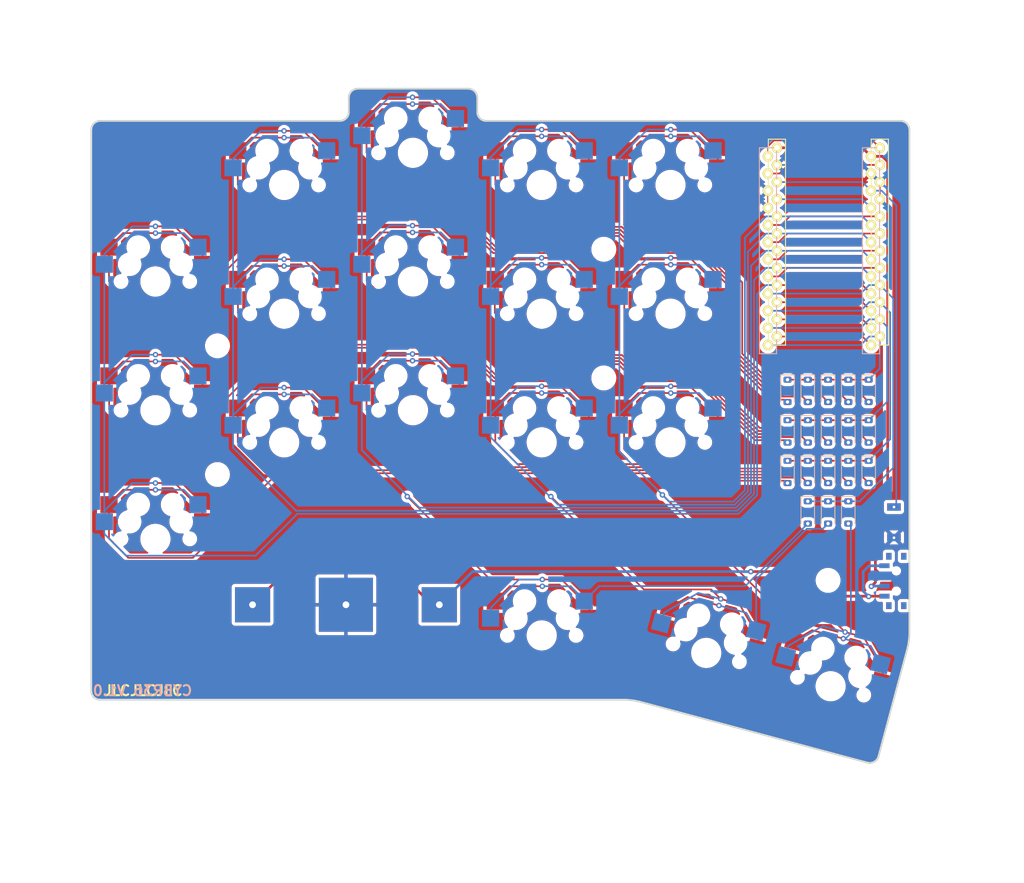
<source format=kicad_pcb>
(kicad_pcb (version 20221018) (generator pcbnew)
  (layers (0 "F.Cu" signal) (31 "B.Cu" signal) (34 "B.Paste" user) (35 "F.Paste" user) (36 "B.SilkS" user "B.Silkscreen") (37 "F.SilkS" user "F.Silkscreen") (38 "B.Mask" user) (39 "F.Mask" user) (44 "Edge.Cuts" user))
  (net 0 "")
  (net 1 "+BATT")
  (net 2 "GND")
  (net 3 "R1")
  (net 4 "Net-(D1-A)")
  (net 5 "R2")
  (net 6 "Net-(D2-A)")
  (net 7 "R3")
  (net 8 "Net-(D3-A)")
  (net 9 "Net-(D4-A)")
  (net 10 "Net-(D5-A)")
  (net 11 "Net-(D6-A)")
  (net 12 "Net-(D7-A)")
  (net 13 "Net-(D8-A)")
  (net 14 "Net-(D9-A)")
  (net 15 "R4")
  (net 16 "Net-(D10-A)")
  (net 17 "Net-(D11-A)")
  (net 18 "Net-(D12-A)")
  (net 19 "Net-(D13-A)")
  (net 20 "Net-(D14-A)")
  (net 21 "Net-(D15-A)")
  (net 22 "Net-(D16-A)")
  (net 23 "Net-(D17-A)")
  (net 24 "Net-(D18-A)")
  (net 25 "C1")
  (net 26 "C2")
  (net 27 "C3")
  (net 28 "C4")
  (net 29 "C5")
  (net 30 "RST")
  (net 31 "unconnected-(U1-TX-Pad1)")
  (net 32 "unconnected-(U1-RX-Pad2)")
  (net 33 "unconnected-(U1-SDA-Pad5)")
  (net 34 "unconnected-(U1-SCL-Pad6)")
  (net 35 "unconnected-(U1-D4-Pad7)")
  (net 36 "unconnected-(U1-C6-Pad8)")
  (net 37 "unconnected-(U1-B6-Pad13)")
  (net 38 "unconnected-(U1-B2-Pad14)")
  (net 39 "unconnected-(U1-B3-Pad15)")
  (net 40 "RAW")
  (net 41 "unconnected-(U1-VCC-Pad21)")
  (footprint "cybr36:SOD123_DUALSIDE" (layer "F.Cu") (at 193.5 109 -90)
    (fp_text reference "D18" hide)
    (fp_text value "D" hide)
  )
  (footprint "MountingHole:MountingHole_3.2mm_M3" (layer "F.Cu") (at 157.31847 70.403116)
    (fp_text reference "H3" hide)
    (fp_text value "MountingHole" hide)
  )
  (footprint "cybr36:SOD123_DUALSIDE" (layer "F.Cu") (at 187.5 91 -90)
    (fp_text reference "D4" hide)
    (fp_text value "D" hide)
  )
  (footprint "cybr36:SOD123_DUALSIDE" (layer "F.Cu") (at 196.5 97 -90)
    (fp_text reference "D16" hide)
    (fp_text value "D" hide)
  )
  (footprint "cybr36:MXReversible" (layer "F.Cu") (at 90.98847 113.265616)
    (fp_text reference "SW3" hide)
    (fp_text value "SW_Push" hide)
  )
  (footprint "MountingHole:MountingHole_3.2mm_M3" (layer "F.Cu") (at 157.31847 89.453116)
    (fp_text reference "H1" hide)
    (fp_text value "MountingHole" hide)
  )
  (footprint "cybr36:MXReversible" (layer "F.Cu") (at 167.18847 79.928116)
    (fp_text reference "SW16" hide)
    (fp_text value "SW_Push" hide)
  )
  (footprint "cybr36:MXReversible" (layer "F.Cu") (at 110.03847 79.928116)
    (fp_text reference "SW5" hide)
    (fp_text value "SW_Push" hide)
  )
  (footprint "cybr36:MXReversible" (layer "F.Cu") (at 172.476959 130.143613 -15)
    (fp_text reference "SW14" hide)
    (fp_text value "SW_Push" hide)
  )
  (footprint "cybr36:MXReversible" (layer "F.Cu") (at 110.03847 98.978116)
    (fp_text reference "SW6" hide)
    (fp_text value "SW_Push" hide)
  )
  (footprint "cybr36:MXReversible" (layer "F.Cu") (at 167.18847 98.978116)
    (fp_text reference "SW17" hide)
    (fp_text value "SW_Push" hide)
  )
  (footprint "cybr36:MXReversible" (layer "F.Cu") (at 90.98847 75.165616)
    (fp_text reference "SW1" hide)
    (fp_text value "SW_Push" hide)
  )
  (footprint "cybr36:SOD123_DUALSIDE" (layer "F.Cu") (at 193.5 103 -90)
    (fp_text reference "D13" hide)
    (fp_text value "D" hide)
  )
  (footprint "cybr36:MXReversible" (layer "F.Cu") (at 167.18847 60.878116)
    (fp_text reference "SW15" hide)
    (fp_text value "SW_Push" hide)
  )
  (footprint "cybr36:SOD123_DUALSIDE" (layer "F.Cu") (at 190.5 103 -90)
    (fp_text reference "D9" hide)
    (fp_text value "D" hide)
  )
  (footprint "cybr36:SOD123_DUALSIDE" (layer "F.Cu") (at 196.5 91 -90)
    (fp_text reference "D15" hide)
    (fp_text value "D" hide)
  )
  (footprint "cybr36:SOD123_DUALSIDE" (layer "F.Cu") (at 184.5 91 -90)
    (fp_text reference "D1" hide)
    (fp_text value "D" hide)
  )
  (footprint "cybr36:SOD123_DUALSIDE" (layer "F.Cu") (at 184.5 103 -90)
    (fp_text reference "D3" hide)
    (fp_text value "D" hide)
  )
  (footprint "cybr36:MXReversible" (layer "F.Cu") (at 148.13847 98.978116)
    (fp_text reference "SW13" hide)
    (fp_text value "SW_Push" hide)
  )
  (footprint "cybr36:SOD123_DUALSIDE" (layer "F.Cu") (at 190.5 97 -90)
    (fp_text reference "D8" hide)
    (fp_text value "D" hide)
  )
  (footprint "cybr36:RSTbutton" (layer "F.Cu") (at 200.25 110.75 -90)
    (fp_text reference "SW20" hide)
    (fp_text value "SW_Push" hide)
  )
  (footprint "cybr36:SOD123_DUALSIDE" (layer "F.Cu") (at 190.5 91 -90)
    (fp_text reference "D7" hide)
    (fp_text value "D" hide)
  )
  (footprint "cybr36:MXReversible" (layer "F.Cu") (at 148.13847 79.928116)
    (fp_text reference "SW12" hide)
    (fp_text value "SW_Push" hide)
  )
  (footprint "MountingHole:MountingHole_3.2mm_M3" (layer "F.Cu") (at 100.16847 103.740616)
    (fp_text reference "H2" hide)
    (fp_text value "MountingHole" hide)
  )
  (footprint "cybr36:MXReversible" (layer "F.Cu") (at 148.13847 60.878116)
    (fp_text reference "SW11" hide)
    (fp_text value "SW_Push" hide)
  )
  (footprint "cybr36:MXReversible" (layer "F.Cu") (at 110.03847 60.878116)
    (fp_text reference "SW4" hide)
    (fp_text value "SW_Push" hide)
  )
  (footprint "MountingHole:MountingHole_3.2mm_M3" (layer "F.Cu") (at 190.5 119.4)
    (fp_text reference "H5" hide)
    (fp_text value "MountingHole" hide)
  )
  (footprint "cybr36:MXReversible" (layer "F.Cu") (at 129.08847 56.115616)
    (fp_text reference "SW7" hide)
    (fp_text value "SW_Push" hide)
  )
  (footprint "cybr36:SOD123_DUALSIDE" (layer "F.Cu") (at 187.5 109 -90)
    (fp_text reference "D10" hide)
    (fp_text value "D" hide)
  )
  (footprint "KLOTZ:ProMicro_v2" (layer "F.Cu") (at 190.5 69.85)
    (fp_text reference "U1" hide)
    (fp_text value "ProMicro" hide)
  )
  (footprint "cybr36:SOD123_DUALSIDE" (layer "F.Cu") (at 196.5 103 -90)
    (fp_text reference "D17" hide)
    (fp_text value "D" hide)
  )
  (footprint "cybr36:2430Holder" (layer "F.Cu") (at 119.17597 123.015616)
    (fp_text reference "BT1" hide)
    (fp_text value "Battery_Cell" hide)
  )
  (footprint "cybr36:SOD123_DUALSIDE" (layer "F.Cu") (at 184.5 97 -90)
    (fp_text reference "D2" hide)
    (fp_text value "D" hide)
  )
  (footprint "cybr36:SOD123_DUALSIDE" (layer "F.Cu") (at 193.5 97 -90)
    (fp_text reference "D12" hide)
    (fp_text value "D" hide)
  )
  (footprint "cybr36:MXReversible" (layer "F.Cu") (at 148.13847 127.553116)
    (fp_text reference "SW10" hide)
    (fp_text value "SW_Push" hide)
  )
  (footprint "cybr36:MXReversible" (layer "F.Cu") (at 129.08847 75.165616)
    (fp_text reference "SW8" hide)
    (fp_text value "SW_Push" hide)
  )
  (footprint "cybr36:MXReversible" (layer "F.Cu") (at 129.08847 94.215616)
    (fp_text reference "SW9" hide)
    (fp_text value "SW_Push" hide)
  )
  (footprint "cybr36:MXReversible" (layer "F.Cu") (at 90.98847 94.215616)
    (fp_text reference "SW2" hide)
    (fp_text value "SW_Push" hide)
  )
  (footprint "Button_Switch_SMD:SW_SPDT_PCM12" (layer "F.Cu") (at 200.275 119.5 90)
    (fp_text reference "SW21" hide)
    (fp_text value "SW_SPST")
  )
  (footprint "cybr36:SOD123_DUALSIDE" (layer "F.Cu") (at 187.5 103 -90)
    (fp_text reference "D6" hide)
    (fp_text value "D" hide)
  )
  (footprint "cybr36:SOD123_DUALSIDE" (layer "F.Cu") (at 193.5 91 -90)
    (fp_text reference "D11" hide)
    (fp_text value "D" hide)
  )
  (footprint "cybr36:SOD123_DUALSIDE" (layer "F.Cu") (at 190.5 109 -90)
    (fp_text reference "D14" hide)
    (fp_text value "D" hide)
  )
  (footprint "cybr36:MXReversible" (layer "F.Cu") (at 190.87796 135.074109 -15)
    (fp_text reference "SW18" hide)
    (fp_text value "SW_Push" hide)
  )
  (footprint "cybr36:SOD123_DUALSIDE" (layer "F.Cu") (at 187.5 97 -90)
    (fp_text reference "D5" hide)
    (fp_text value "D" hide)
  )
  (footprint "MountingHole:MountingHole_3.2mm_M3" (layer "F.Cu") (at 100.16847 84.690616)
    (fp_text reference "H4" hide)
    (fp_text value "MountingHole" hide)
  )
  (footprint "cybr36:RSTbutton" (layer "B.Cu") (at 200.25 110.75 -90)
    (fp_text reference "SW19" hide)
    (fp_text value "SW_Push" hide)
  )
  (footprint "Button_Switch_SMD:SW_SPDT_PCM12" (layer "B.Cu") (at 200.275 119.5 -90)
    (fp_text reference "SW22" hide)
    (fp_text value "SW_SPST")
  )
  (gr_line (start 161.231923 137.117605) (end 160.904332 137.090738) (stroke (width 0.263999)) (layer "Edge.Cuts"))
  (gr_line (start 196.331812 146.382695) (end 162.847543 137.411565) (stroke (width 0.263999)) (layer "Edge.Cuts"))
  (gr_line (start 138.825539 50.805244) (end 138.862862 50.858345) (stroke (width 0.263999)) (layer "Edge.Cuts"))
  (gr_line (start 81.603955 136.252547) (end 81.580719 136.19234) (stroke (width 0.263999)) (layer "Edge.Cuts"))
  (gr_line (start 82.432778 51.453676) (end 82.495555 51.435849) (stroke (width 0.263999)) (layer "Edge.Cuts"))
  (gr_line (start 196.791964 146.422875) (end 196.727205 146.427057) (stroke (width 0.263999)) (layer "Edge.Cuts"))
  (gr_line (start 202.526353 52.651518) (end 202.527979 52.717118) (stroke (width 0.263999)) (layer "Edge.Cuts"))
  (gr_line (start 81.802852 136.584703) (end 81.762845 136.533348) (stroke (width 0.263999)) (layer "Edge.Cuts"))
  (gr_line (start 82.195592 51.55387) (end 82.252634 51.524655) (stroke (width 0.263999)) (layer "Edge.Cuts"))
  (gr_line (start 120.603731 46.671097) (end 120.6669 46.656854) (stroke (width 0.263999)) (layer "Edge.Cuts"))
  (gr_line (start 81.98777 136.769616) (end 81.93827 136.726973) (stroke (width 0.263999)) (layer "Edge.Cuts"))
  (gr_line (start 202.51348 52.521763) (end 202.521505 52.586364) (stroke (width 0.263999)) (layer "Edge.Cuts"))
  (gr_line (start 118.726399 51.316741) (end 118.786605 51.293507) (stroke (width 0.263999)) (layer "Edge.Cuts"))
  (gr_line (start 120.139135 46.890788) (end 120.192235 46.853465) (stroke (width 0.263999)) (layer "Edge.Cuts"))
  (gr_line (start 197.493354 146.143765) (end 197.442483 146.181873) (stroke (width 0.263999)) (layer "Edge.Cuts"))
  (gr_line (start 202.305705 51.983163) (end 202.3403 52.037902) (stroke (width 0.263999)) (layer "Edge.Cuts"))
  (gr_line (start 82.758096 51.395922) (end 82.826173 51.3942) (stroke (width 0.263999)) (layer "Edge.Cuts"))
  (gr_line (start 138.577609 47.694827) (end 138.588766 47.758766) (stroke (width 0.263999)) (layer "Edge.Cuts"))
  (gr_line (start 81.503252 52.717122) (end 81.504974 52.649045) (stroke (width 0.263999)) (layer "Edge.Cuts"))
  (gr_line (start 81.510083 52.581861) (end 81.518496 52.515654) (stroke (width 0.263999)) (layer "Edge.Cuts"))
  (gr_line (start 82.566903 137.043556) (end 82.503733 137.029313) (stroke (width 0.263999)) (layer "Edge.Cuts"))
  (gr_line (start 138.628928 50.330581) (end 138.643171 50.393749) (stroke (width 0.263999)) (layer "Edge.Cuts"))
  (gr_line (start 81.54315 136.068747) (end 81.528907 136.005578) (stroke (width 0.263999)) (layer "Edge.Cuts"))
  (gr_line (start 197.389895 146.217478) (end 197.335691 146.25052) (stroke (width 0.263999)) (layer "Edge.Cuts"))
  (gr_line (start 119.603265 50.07129) (end 119.603265 47.954122) (stroke (width 0.263999)) (layer "Edge.Cuts"))
  (gr_line (start 118.475699 51.379708) (end 118.539639 51.368552) (stroke (width 0.263999)) (layer "Edge.Cuts"))
  (gr_line (start 202.427272 52.21086) (end 202.450508 52.271066) (stroke (width 0.263999)) (layer "Edge.Cuts"))
  (gr_line (start 137.345943 46.632826) (end 137.411098 46.637674) (stroke (width 0.263999)) (layer "Edge.Cuts"))
  (gr_line (start 201.527514 51.434099) (end 201.589804 51.451384) (stroke (width 0.263999)) (layer "Edge.Cuts"))
  (gr_line (start 202.043463 51.693794) (end 202.092962 51.736438) (stroke (width 0.263999)) (layer "Edge.Cuts"))
  (gr_line (start 119.862863 47.167063) (end 119.902868 47.115709) (stroke (width 0.263999)) (layer "Edge.Cuts"))
  (gr_line (start 82.826166 51.394204) (end 118.280344 51.394204) (stroke (width 0.263999)) (layer "Edge.Cuts"))
  (gr_line (start 162.206808 137.262194) (end 161.883423 137.203367) (stroke (width 0.263999)) (layer "Edge.Cuts"))
  (gr_line (start 119.601639 50.13689) (end 119.603265 50.07129) (stroke (width 0.263999)) (layer "Edge.Cuts"))
  (gr_line (start 82.503733 137.029313) (end 82.441442 137.012028) (stroke (width 0.263999)) (layer "Edge.Cuts"))
  (gr_line (start 138.168249 46.973437) (end 138.215784 47.018674) (stroke (width 0.263999)) (layer "Edge.Cuts"))
  (gr_line (start 139.480135 51.31674) (end 139.541436 51.337022) (stroke (width 0.263999)) (layer "Edge.Cuts"))
  (gr_line (start 82.695446 137.062734) (end 82.630844 137.054711) (stroke (width 0.263999)) (layer "Edge.Cuts"))
  (gr_line (start 82.252634 51.524655) (end 82.311234 51.498162) (stroke (width 0.263999)) (layer "Edge.Cuts"))
  (gr_line (start 138.215784 47.018674) (end 138.26102 47.06621) (stroke (width 0.263999)) (layer "Edge.Cuts"))
  (gr_line (start 119.380998 50.805245) (end 119.415593 50.750507) (stroke (width 0.263999)) (layer "Edge.Cuts"))
  (gr_line (start 120.6669 46.656854) (end 120.730839 46.645698) (stroke (width 0.263999)) (layer "Edge.Cuts"))
  (gr_line (start 138.014297 46.853466) (end 138.067397 46.890788) (stroke (width 0.263999)) (layer "Edge.Cuts"))
  (gr_line (start 139.603725 51.354307) (end 139.666893 51.36855) (stroke (width 0.263999)) (layer "Edge.Cuts"))
  (gr_line (start 139.192234 51.171942) (end 139.246972 51.206537) (stroke (width 0.263999)) (layer "Edge.Cuts"))
  (gr_line (start 81.659103 136.36924) (end 81.630098 136.31155) (stroke (width 0.263999)) (layer "Edge.Cuts"))
  (gr_line (start 139.419929 51.293505) (end 139.480135 51.31674) (stroke (width 0.263999)) (layer "Edge.Cuts"))
  (gr_line (start 202.334941 129.00874) (end 202.265517 129.330197) (stroke (width 0.263999)) (layer "Edge.Cuts"))
  (gr_line (start 82.146967 136.88154) (end 82.092227 136.846945) (stroke (width 0.263999)) (layer "Edge.Cuts"))
  (gr_line (start 118.602807 51.354309) (end 118.665097 51.337024) (stroke (width 0.263999)) (layer "Edge.Cuts"))
  (gr_line (start 82.624706 51.409443) (end 82.690912 51.40103) (stroke (width 0.263999)) (layer "Edge.Cuts"))
  (gr_line (start 137.539637 46.656856) (end 137.602805 46.671099) (stroke (width 0.263999)) (layer "Edge.Cuts"))
  (gr_line (start 82.760603 137.06758) (end 82.695446 137.062734) (stroke (width 0.263999)) (layer "Edge.Cuts"))
  (gr_line (start 82.826173 51.3942) (end 82.826166 51.394204) (stroke (width 0.263999)) (layer "Edge.Cuts"))
  (gr_line (start 138.303663 47.115709) (end 138.343669 47.167063) (stroke (width 0.263999)) (layer "Edge.Cuts"))
  (gr_line (start 119.617767 47.758765) (end 119.628925 47.694825) (stroke (width 0.263999)) (layer "Edge.Cuts"))
  (gr_line (start 138.790944 50.750506) (end 138.825539 50.805244) (stroke (width 0.263999)) (layer "Edge.Cuts"))
  (gr_line (start 81.729189 51.977464) (end 81.766073 51.925597) (stroke (width 0.263999)) (layer "Edge.Cuts"))
  (gr_line (start 119.014303 51.171942) (end 119.067404 51.13462) (stroke (width 0.263999)) (layer "Edge.Cuts"))
  (gr_line (start 202.140497 51.781674) (end 202.185733 51.82921) (stroke (width 0.263999)) (layer "Edge.Cuts"))
  (gr_line (start 197.634646 146.015003) (end 197.589538 146.060271) (stroke (width 0.263999)) (layer "Edge.Cuts"))
  (gr_line (start 202.450508 52.271066) (end 202.470792 52.332367) (stroke (width 0.263999)) (layer "Edge.Cuts"))
  (gr_line (start 119.643169 47.631657) (end 119.660455 47.569368) (stroke (width 0.263999)) (layer "Edge.Cuts"))
  (gr_line (start 81.762845 136.533348) (end 81.725522 136.480248) (stroke (width 0.263999)) (layer "Edge.Cuts"))
  (gr_line (start 139.860587 51.392578) (end 139.926187 51.394204) (stroke (width 0.263999)) (layer "Edge.Cuts"))
  (gr_line (start 196.661951 146.42803) (end 196.596304 146.425734) (stroke (width 0.263999)) (layer "Edge.Cuts"))
  (gr_line (start 139.038282 51.05197) (end 139.087781 51.094614) (stroke (width 0.263999)) (layer "Edge.Cuts"))
  (gr_line (start 138.643171 50.393749) (end 138.660456 50.456038) (stroke (width 0.263999)) (layer "Edge.Cuts"))
  (gr_line (start 138.563365 47.631659) (end 138.577609 47.694827) (stroke (width 0.263999)) (layer "Edge.Cuts"))
  (gr_line (start 81.580719 136.19234) (end 81.560436 136.131037) (stroke (width 0.263999)) (layer "Edge.Cuts"))
  (gr_line (start 138.603265 47.954122) (end 138.603281 50.071286) (stroke (width 0.263999)) (layer "Edge.Cuts"))
  (gr_line (start 139.246972 51.206537) (end 139.303239 51.238359) (stroke (width 0.263999)) (layer "Edge.Cuts"))
  (gr_line (start 119.577611 50.330584) (end 119.588767 50.266645) (stroke (width 0.263999)) (layer "Edge.Cuts"))
  (gr_line (start 138.11875 46.930794) (end 138.168249 46.973437) (stroke (width 0.263999)) (layer "Edge.Cuts"))
  (gr_line (start 119.525798 50.517343) (end 119.546081 50.456041) (stroke (width 0.263999)) (layer "Edge.Cuts"))
  (gr_line (start 197.756819 145.865822) (end 197.718389 145.91772) (stroke (width 0.263999)) (layer "Edge.Cuts"))
  (gr_line (start 201.770315 51.521044) (end 201.828004 51.550049) (stroke (width 0.263999)) (layer "Edge.Cuts"))
  (gr_line (start 197.279974 146.28094) (end 197.222845 146.30868) (stroke (width 0.263999)) (layer "Edge.Cuts"))
  (gr_line (start 162.847543 137.411565) (end 162.528269 137.331604) (stroke (width 0.263999)) (layer "Edge.Cuts"))
  (gr_line (start 119.563367 50.393752) (end 119.577611 50.330584) (stroke (width 0.263999)) (layer "Edge.Cuts"))
  (gr_line (start 81.890733 136.681737) (end 81.845496 136.634202) (stroke (width 0.263999)) (layer "Edge.Cuts"))
  (gr_line (start 197.952097 145.44724) (end 197.932813 145.512551) (stroke (width 0.263999)) (layer "Edge.Cuts"))
  (gr_line (start 161.558374 137.15516) (end 161.231923 137.117605) (stroke (width 0.263999)) (layer "Edge.Cuts"))
  (gr_line (start 120.246973 46.81887) (end 120.303242 46.787048) (stroke (width 0.263999)) (layer "Edge.Cuts"))
  (gr_line (start 196.464234 146.411103) (end 196.398016 146.398651) (stroke (width 0.263999)) (layer "Edge.Cuts"))
  (gr_line (start 119.703974 47.44786) (end 119.730117 47.388858) (stroke (width 0.263999)) (layer "Edge.Cuts"))
  (gr_line (start 202.527979 52.717118) (end 202.527963 127.048711) (stroke (width 0.263999)) (layer "Edge.Cuts"))
  (gr_line (start 82.37131 51.474475) (end 82.432778 51.453676) (stroke (width 0.263999)) (layer "Edge.Cuts"))
  (gr_line (start 120.860595 46.632826) (end 120.926195 46.6312) (stroke (width 0.263999)) (layer "Edge.Cuts"))
  (gr_line (start 138.26102 47.06621) (end 138.303663 47.115709) (stroke (width 0.263999)) (layer "Edge.Cuts"))
  (gr_line (start 138.759121 50.694238) (end 138.790944 50.750506) (stroke (width 0.263999)) (layer "Edge.Cuts"))
  (gr_line (start 119.447416 50.694239) (end 119.476421 50.63655) (stroke (width 0.263999)) (layer "Edge.Cuts"))
  (gr_line (start 138.945511 50.959198) (end 138.990747 51.006734) (stroke (width 0.263999)) (layer "Edge.Cuts"))
  (gr_line (start 82.441442 137.012028) (end 82.380138 136.991746) (stroke (width 0.263999)) (layer "Edge.Cuts"))
  (gr_line (start 202.479554 128.033858) (end 202.441993 128.360309) (stroke (width 0.263999)) (layer "Edge.Cuts"))
  (gr_line (start 119.215791 51.006734) (end 119.261027 50.959198) (stroke (width 0.263999)) (layer "Edge.Cuts"))
  (gr_line (start 196.919586 146.405119) (end 196.856124 146.415543) (stroke (width 0.263999)) (layer "Edge.Cuts"))
  (gr_line (start 120.192235 46.853465) (end 120.246973 46.81887) (stroke (width 0.263999)) (layer "Edge.Cuts"))
  (gr_line (start 82.559559 51.421077) (end 82.624706 51.409443) (stroke (width 0.263999)) (layer "Edge.Cuts"))
  (gr_line (start 202.506425 127.706266) (end 202.479554 128.033858) (stroke (width 0.263999)) (layer "Edge.Cuts"))
  (gr_line (start 138.502559 47.447861) (end 138.525795 47.508067) (stroke (width 0.263999)) (layer "Edge.Cuts"))
  (gr_line (start 81.984675 51.696291) (end 82.034651 51.657018) (stroke (width 0.263999)) (layer "Edge.Cuts"))
  (gr_line (start 118.959565 51.206537) (end 119.014303 51.171942) (stroke (width 0.263999)) (layer "Edge.Cuts"))
  (gr_line (start 197.164406 146.333681) (end 197.104759 146.355884) (stroke (width 0.263999)) (layer "Edge.Cuts"))
  (gr_line (start 202.228376 51.878709) (end 202.268382 51.930063) (stroke (width 0.263999)) (layer "Edge.Cuts"))
  (gr_line (start 138.604904 50.136886) (end 138.60975 50.202041) (stroke (width 0.263999)) (layer "Edge.Cuts"))
  (gr_line (start 138.588766 47.758766) (end 138.596791 47.823367) (stroke (width 0.263999)) (layer "Edge.Cuts"))
  (gr_line (start 119.609741 47.823366) (end 119.617767 47.758765) (stroke (width 0.263999)) (layer "Edge.Cuts"))
  (gr_line (start 119.261027 50.959198) (end 119.30367 50.909699) (stroke (width 0.263999)) (layer "Edge.Cuts"))
  (gr_line (start 202.521505 52.586364) (end 202.526353 52.651518) (stroke (width 0.263999)) (layer "Edge.Cuts"))
  (gr_line (start 119.603265 47.954122) (end 119.604893 47.888521) (stroke (width 0.263999)) (layer "Edge.Cuts"))
  (gr_line (start 82.630844 137.054711) (end 82.566903 137.043556) (stroke (width 0.263999)) (layer "Edge.Cuts"))
  (gr_line (start 138.476416 47.388859) (end 138.502559 47.447861) (stroke (width 0.263999)) (layer "Edge.Cuts"))
  (gr_line (start 137.726396 46.708667) (end 137.786602 46.731902) (stroke (width 0.263999)) (layer "Edge.Cuts"))
  (gr_line (start 197.932813 145.512551) (end 197.910488 145.576122) (stroke (width 0.263999)) (layer "Edge.Cuts"))
  (gr_line (start 202.092962 51.736438) (end 202.140497 51.781674) (stroke (width 0.263999)) (layer "Edge.Cuts"))
  (gr_line (start 202.185733 51.82921) (end 202.228376 51.878709) (stroke (width 0.263999)) (layer "Edge.Cuts"))
  (gr_line (start 82.311234 51.498162) (end 82.37131 51.474475) (stroke (width 0.263999)) (layer "Edge.Cuts"))
  (gr_line (start 119.343676 50.858345) (end 119.380998 50.805245) (stroke (width 0.263999)) (layer "Edge.Cuts"))
  (gr_line (start 119.118757 51.094614) (end 119.168256 51.05197) (stroke (width 0.263999)) (layer "Edge.Cuts"))
  (gr_line (start 137.602805 46.671099) (end 137.665094 46.688385) (stroke (width 0.263999)) (layer "Edge.Cuts"))
  (gr_line (start 139.795433 51.387731) (end 139.860587 51.392578) (stroke (width 0.263999)) (layer "Edge.Cuts"))
  (gr_line (start 139.541436 51.337022) (end 139.603725 51.354307) (stroke (width 0.263999)) (layer "Edge.Cuts"))
  (gr_line (start 81.936674 51.737872) (end 81.984675 51.696291) (stroke (width 0.263999)) (layer "Edge.Cuts"))
  (gr_line (start 138.546079 47.569369) (end 138.563365 47.631659) (stroke (width 0.263999)) (layer "Edge.Cuts"))
  (gr_line (start 119.604893 47.888521) (end 119.609741 47.823366) (stroke (width 0.263999)) (layer "Edge.Cuts"))
  (gr_line (start 197.335691 146.25052) (end 197.279974 146.28094) (stroke (width 0.263999)) (layer "Edge.Cuts"))
  (gr_line (start 118.411098 51.387732) (end 118.475699 51.379708) (stroke (width 0.263999)) (layer "Edge.Cuts"))
  (gr_line (start 119.476421 50.63655) (end 119.502563 50.577548) (stroke (width 0.263999)) (layer "Edge.Cuts"))
  (gr_line (start 201.205041 51.394204) (end 201.270644 51.395829) (stroke (width 0.263999)) (layer "Edge.Cuts"))
  (gr_line (start 81.662925 52.086539) (end 81.694779 52.031139) (stroke (width 0.263999)) (layer "Edge.Cuts"))
  (gr_line (start 118.786605 51.293507) (end 118.845607 51.267364) (stroke (width 0.263999)) (layer "Edge.Cuts"))
  (gr_line (start 197.718389 145.91772) (end 197.677631 145.967467) (stroke (width 0.263999)) (layer "Edge.Cuts"))
  (gr_line (start 138.617772 50.266642) (end 138.628928 50.330581) (stroke (width 0.263999)) (layer "Edge.Cuts"))
  (gr_line (start 138.902868 50.909699) (end 138.945511 50.959198) (stroke (width 0.263999)) (layer "Edge.Cuts"))
  (gr_line (start 197.104759 146.355884) (end 197.044005 146.375231) (stroke (width 0.263999)) (layer "Edge.Cuts"))
  (gr_line (start 81.694779 52.031139) (end 81.729189 51.977464) (stroke (width 0.263999)) (layer "Edge.Cuts"))
  (gr_line (start 81.845496 136.634202) (end 81.802852 136.584703) (stroke (width 0.263999)) (layer "Edge.Cuts"))
  (gr_line (start 197.677631 145.967467) (end 197.634646 146.015003) (stroke (width 0.263999)) (layer "Edge.Cuts"))
  (gr_line (start 197.826289 145.755808) (end 197.79282 145.811832) (stroke (width 0.263999)) (layer "Edge.Cuts"))
  (gr_line (start 81.583529 52.262257) (end 81.607217 52.202181) (stroke (width 0.263999)) (layer "Edge.Cuts"))
  (gr_line (start 137.280344 46.6312) (end 137.345943 46.632826) (stroke (width 0.263999)) (layer "Edge.Cuts"))
  (gr_line (start 119.759122 47.331169) (end 119.790945 47.274901) (stroke (width 0.263999)) (layer "Edge.Cuts"))
  (gr_line (start 118.539639 51.368552) (end 118.602807 51.354309) (stroke (width 0.263999)) (layer "Edge.Cuts"))
  (gr_line (start 81.630098 136.31155) (end 81.603955 136.252547) (stroke (width 0.263999)) (layer "Edge.Cuts"))
  (gr_line (start 82.260927 136.942368) (end 82.203236 136.913363) (stroke (width 0.263999)) (layer "Edge.Cuts"))
  (gr_line (start 138.730116 50.636548) (end 138.759121 50.694238) (stroke (width 0.263999)) (layer "Edge.Cuts"))
  (gr_line (start 81.607217 52.202181) (end 81.633709 52.143581) (stroke (width 0.263999)) (layer "Edge.Cuts"))
  (gr_line (start 201.828004 51.550049) (end 201.884272 51.581871) (stroke (width 0.263999)) (layer "Edge.Cuts"))
  (gr_line (start 81.766073 51.925597) (end 81.805346 51.875621) (stroke (width 0.263999)) (layer "Edge.Cuts"))
  (gr_line (start 82.319931 136.968511) (end 82.260927 136.942368) (stroke (width 0.263999)) (layer "Edge.Cuts"))
  (gr_line (start 81.56273 52.323726) (end 81.583529 52.262257) (stroke (width 0.263999)) (layer "Edge.Cuts"))
  (gr_line (start 138.703973 50.577547) (end 138.730116 50.636548) (stroke (width 0.263999)) (layer "Edge.Cuts"))
  (gr_line (start 137.845603 46.758044) (end 137.903292 46.787049) (stroke (width 0.263999)) (layer "Edge.Cuts"))
  (gr_line (start 82.690912 51.40103) (end 82.758096 51.395922) (stroke (width 0.263999)) (layer "Edge.Cuts"))
  (gr_line (start 202.502323 52.457824) (end 202.51348 52.521763) (stroke (width 0.263999)) (layer "Edge.Cuts"))
  (gr_line (start 119.415593 50.750507) (end 119.447416 50.694239) (stroke (width 0.263999)) (layer "Edge.Cuts"))
  (gr_line (start 202.522573 127.377797) (end 202.506425 127.706266) (stroke (width 0.263999)) (layer "Edge.Cuts"))
  (gr_line (start 138.343669 47.167063) (end 138.380992 47.220163) (stroke (width 0.263999)) (layer "Edge.Cuts"))
  (gr_line (start 81.504974 52.649045) (end 81.510083 52.581861) (stroke (width 0.263999)) (layer "Edge.Cuts"))
  (gr_line (start 196.982247 146.391662) (end 196.919586 146.405119) (stroke (width 0.263999)) (layer "Edge.Cuts"))
  (gr_line (start 137.665094 46.688385) (end 137.726396 46.708667) (stroke (width 0.263999)) (layer "Edge.Cuts"))
  (gr_line (start 81.690926 136.425509) (end 81.659103 136.36924) (stroke (width 0.263999)) (layer "Edge.Cuts"))
  (gr_line (start 137.903292 46.787049) (end 137.959559 46.818871) (stroke (width 0.263999)) (layer "Edge.Cuts"))
  (gr_line (start 202.372124 52.094169) (end 202.401129 52.151858) (stroke (width 0.263999)) (layer "Edge.Cuts"))
  (gr_line (start 201.884272 51.581871) (end 201.93901 51.616466) (stroke (width 0.263999)) (layer "Edge.Cuts"))
  (gr_line (start 119.790945 47.274901) (end 119.82554 47.220163) (stroke (width 0.263999)) (layer "Edge.Cuts"))
  (gr_line (start 201.651106 51.471667) (end 201.711313 51.494902) (stroke (width 0.263999)) (layer "Edge.Cuts"))
  (gr_line (start 119.730117 47.388858) (end 119.759122 47.331169) (stroke (width 0.263999)) (layer "Edge.Cuts"))
  (gr_line (start 120.541442 46.688383) (end 120.603731 46.671097) (stroke (width 0.263999)) (layer "Edge.Cuts"))
  (gr_line (start 81.93827 136.726973) (end 81.890733 136.681737) (stroke (width 0.263999)) (layer "Edge.Cuts"))
  (gr_line (start 137.959559 46.818871) (end 138.014297 46.853466) (stroke (width 0.263999)) (layer "Edge.Cuts"))
  (gr_line (start 81.805346 51.875621) (end 81.846926 51.82762) (stroke (width 0.263999)) (layer "Edge.Cuts"))
  (gr_line (start 202.268382 51.930063) (end 202.305705 51.983163) (stroke (width 0.263999)) (layer "Edge.Cuts"))
  (gr_line (start 81.89073 51.781675) (end 81.936674 51.737872) (stroke (width 0.263999)) (layer "Edge.Cuts"))
  (gr_line (start 82.826204 137.069203) (end 82.760603 137.06758) (stroke (width 0.263999)) (layer "Edge.Cuts"))
  (gr_line (start 138.990747 51.006734) (end 139.038282 51.05197) (stroke (width 0.263999)) (layer "Edge.Cuts"))
  (gr_line (start 119.902868 47.115709) (end 119.945511 47.06621) (stroke (width 0.263999)) (layer "Edge.Cuts"))
  (gr_line (start 197.442483 146.181873) (end 197.389895 146.217478) (stroke (width 0.263999)) (layer "Edge.Cuts"))
  (gr_line (start 82.140192 51.585724) (end 82.195592 51.55387) (stroke (width 0.263999)) (layer "Edge.Cuts"))
  (gr_line (start 138.415587 47.274902) (end 138.44741 47.33117) (stroke (width 0.263999)) (layer "Edge.Cuts"))
  (gr_line (start 139.666893 51.36855) (end 139.730832 51.379707) (stroke (width 0.263999)) (layer "Edge.Cuts"))
  (gr_line (start 120.730839 46.645698) (end 120.79544 46.637673) (stroke (width 0.263999)) (layer "Edge.Cuts"))
  (gr_line (start 196.398016 146.398651) (end 196.331812 146.382695) (stroke (width 0.263999)) (layer "Edge.Cuts"))
  (gr_line (start 119.596792 50.202044) (end 119.601639 50.13689) (stroke (width 0.263999)) (layer "Edge.Cuts"))
  (gr_line (start 202.488078 52.394656) (end 202.502323 52.457824) (stroke (width 0.263999)) (layer "Edge.Cuts"))
  (gr_line (start 201.464344 51.419856) (end 201.527514 51.434099) (stroke (width 0.263999)) (layer "Edge.Cuts"))
  (gr_line (start 201.335801 51.400676) (end 201.400404 51.4087) (stroke (width 0.263999)) (layer "Edge.Cuts"))
  (gr_line (start 119.067404 51.13462) (end 119.118757 51.094614) (stroke (width 0.263999)) (layer "Edge.Cuts"))
  (gr_line (start 139.139134 51.134619) (end 139.192234 51.171942) (stroke (width 0.263999)) (layer "Edge.Cuts"))
  (gr_line (start 197.222845 146.30868) (end 197.164406 146.333681) (stroke (width 0.263999)) (layer "Edge.Cuts"))
  (gr_line (start 120.360931 46.758043) (end 120.419933 46.731901) (stroke (width 0.263999)) (layer "Edge.Cuts"))
  (gr_line (start 201.99211 51.653789) (end 202.043463 51.693794) (stroke (width 0.263999)) (layer "Edge.Cuts"))
  (gr_line (start 81.504878 135.811882) (end 81.503252 135.746282) (stroke (width 0.263999)) (layer "Edge.Cuts"))
  (gr_line (start 197.857124 145.697809) (end 197.826289 145.755808) (stroke (width 0.263999)) (layer "Edge.Cuts"))
  (gr_line (start 138.660456 50.456038) (end 138.680738 50.51734) (stroke (width 0.263999)) (layer "Edge.Cuts"))
  (gr_line (start 82.086518 51.620135) (end 82.140192 51.585724) (stroke (width 0.263999)) (layer "Edge.Cuts"))
  (gr_line (start 118.345944 51.392579) (end 118.411098 51.387732) (stroke (width 0.263999)) (layer "Edge.Cuts"))
  (gr_line (start 202.185541 129.649465) (end 197.952097 145.44724) (stroke (width 0.263999)) (layer "Edge.Cuts"))
  (gr_line (start 160.904332 137.090738) (end 160.575862 137.074593) (stroke (width 0.263999)) (layer "Edge.Cuts"))
  (gr_line (start 118.845607 51.267364) (end 118.903297 51.23836) (stroke (width 0.263999)) (layer "Edge.Cuts"))
  (gr_line (start 138.862862 50.858345) (end 138.902868 50.909699) (stroke (width 0.263999)) (layer "Edge.Cuts"))
  (gr_line (start 82.092227 136.846945) (end 82.039125 136.809622) (stroke (width 0.263999)) (layer "Edge.Cuts"))
  (gr_line (start 138.067397 46.890788) (end 138.11875 46.930794) (stroke (width 0.263999)) (layer "Edge.Cuts"))
  (gr_line (start 139.087781 51.094614) (end 139.139134 51.134619) (stroke (width 0.263999)) (layer "Edge.Cuts"))
  (gr_line (start 196.530364 146.420111) (end 196.464234 146.411103) (stroke (width 0.263999)) (layer "Edge.Cuts"))
  (gr_line (start 196.856124 146.415543) (end 196.791964 146.422875) (stroke (width 0.263999)) (layer "Edge.Cuts"))
  (gr_line (start 196.596304 146.425734) (end 196.530364 146.420111) (stroke (width 0.263999)) (layer "Edge.Cuts"))
  (gr_line (start 196.727205 146.427057) (end 196.661951 146.42803) (stroke (width 0.263999)) (layer "Edge.Cuts"))
  (gr_line (start 139.303239 51.238359) (end 139.360928 51.267363) (stroke (width 0.263999)) (layer "Edge.Cuts"))
  (gr_line (start 119.945511 47.06621) (end 119.990747 47.018674) (stroke (width 0.263999)) (layer "Edge.Cuts"))
  (gr_line (start 137.475699 46.645699) (end 137.539637 46.656856) (stroke (width 0.263999)) (layer "Edge.Cuts"))
  (gr_line (start 120.087781 46.930794) (end 120.139135 46.890788) (stroke (width 0.263999)) (layer "Edge.Cuts"))
  (gr_line (start 202.3403 52.037902) (end 202.372124 52.094169) (stroke (width 0.263999)) (layer "Edge.Cuts"))
  (gr_line (start 81.503252 135.746282) (end 81.503252 52.717122) (stroke (width 0.263999)) (layer "Edge.Cuts"))
  (gr_line (start 81.528907 136.005578) (end 81.51775 135.941638) (stroke (width 0.263999)) (layer "Edge.Cuts"))
  (gr_line (start 197.79282 145.811832) (end 197.756819 145.865822) (stroke (width 0.263999)) (layer "Edge.Cuts"))
  (gr_line (start 137.786602 46.731902) (end 137.845603 46.758044) (stroke (width 0.263999)) (layer "Edge.Cuts"))
  (gr_line (start 119.546081 50.456041) (end 119.563367 50.393752) (stroke (width 0.263999)) (layer "Edge.Cuts"))
  (gr_line (start 162.528269 137.331604) (end 162.206808 137.262194) (stroke (width 0.263999)) (layer "Edge.Cuts"))
  (gr_line (start 201.589804 51.451384) (end 201.651106 51.471667) (stroke (width 0.263999)) (layer "Edge.Cuts"))
  (gr_line (start 201.400404 51.4087) (end 201.464344 51.419856) (stroke (width 0.263999)) (layer "Edge.Cuts"))
  (gr_line (start 119.628925 47.694825) (end 119.643169 47.631657) (stroke (width 0.263999)) (layer "Edge.Cuts"))
  (gr_line (start 119.30367 50.909699) (end 119.343676 50.858345) (stroke (width 0.263999)) (layer "Edge.Cuts"))
  (gr_line (start 81.509725 135.877037) (end 81.504878 135.811882) (stroke (width 0.263999)) (layer "Edge.Cuts"))
  (gr_line (start 120.79544 46.637673) (end 120.860595 46.632826) (stroke (width 0.263999)) (layer "Edge.Cuts"))
  (gr_line (start 202.441993 128.360309) (end 202.393778 128.685357) (stroke (width 0.263999)) (layer "Edge.Cuts"))
  (gr_line (start 197.542406 146.103211) (end 197.493354 146.143765) (stroke (width 0.263999)) (layer "Edge.Cuts"))
  (gr_line (start 202.527963 127.048711) (end 202.522573 127.377797) (stroke (width 0.263999)) (layer "Edge.Cuts"))
  (gr_line (start 138.680738 50.51734) (end 138.703973 50.577547) (stroke (width 0.263999)) (layer "Edge.Cuts"))
  (gr_line (start 120.038282 46.973437) (end 120.087781 46.930794) (stroke (width 0.263999)) (layer "Edge.Cuts"))
  (gr_line (start 119.82554 47.220163) (end 119.862863 47.167063) (stroke (width 0.263999)) (layer "Edge.Cuts"))
  (gr_line (start 138.380992 47.220163) (end 138.415587 47.274902) (stroke (width 0.263999)) (layer "Edge.Cuts"))
  (gr_line (start 202.401129 52.151858) (end 202.427272 52.21086) (stroke (width 0.263999)) (layer "Edge.Cuts"))
  (gr_line (start 202.393778 128.685357) (end 202.334941 129.00874) (stroke (width 0.263999)) (layer "Edge.Cuts"))
  (gr_line (start 197.910488 145.576122) (end 197.885225 145.637894) (stroke (width 0.263999)) (layer "Edge.Cuts"))
  (gr_line (start 138.603281 50.071286) (end 138.604904 50.136886) (stroke (width 0.263999)) (layer "Edge.Cuts"))
  (gr_line (start 138.60975 50.202041) (end 138.617772 50.266642) (stroke (width 0.263999)) (layer "Edge.Cuts"))
  (gr_line (start 82.034651 51.657018) (end 82.086518 51.620135) (stroke (width 0.263999)) (layer "Edge.Cuts"))
  (gr_line (start 119.990747 47.018674) (end 120.038282 46.973437) (stroke (width 0.263999)) (layer "Edge.Cuts"))
  (gr_line (start 118.280344 51.394204) (end 118.345944 51.392579) (stroke (width 0.263999)) (layer "Edge.Cuts"))
  (gr_line (start 81.725522 136.480248) (end 81.690926 136.425509) (stroke (width 0.263999)) (layer "Edge.Cuts"))
  (gr_line (start 161.883423 137.203367) (end 161.558374 137.15516) (stroke (width 0.263999)) (layer "Edge.Cuts"))
  (gr_line (start 139.360928 51.267363) (end 139.419929 51.293505) (stroke (width 0.263999)) (layer "Edge.Cuts"))
  (gr_line (start 120.480139 46.708666) (end 120.541442 46.688383) (stroke (width 0.263999)) (layer "Edge.Cuts"))
  (gr_line (start 202.265517 129.330197) (end 202.185541 129.649465) (stroke (width 0.263999)) (layer "Edge.Cuts"))
  (gr_line (start 201.270644 51.395829) (end 201.335801 51.400676) (stroke (width 0.263999)) (layer "Edge.Cuts"))
  (gr_line (start 119.502563 50.577548) (end 119.525798 50.517343) (stroke (width 0.263999)) (layer "Edge.Cuts"))
  (gr_line (start 137.411098 46.637674) (end 137.475699 46.645699) (stroke (width 0.263999)) (layer "Edge.Cuts"))
  (gr_line (start 82.495555 51.435849) (end 82.559559 51.421077) (stroke (width 0.263999)) (layer "Edge.Cuts"))
  (gr_line (start 138.525795 47.508067) (end 138.546079 47.569369) (stroke (width 0.263999)) (layer "Edge.Cuts"))
  (gr_line (start 118.903297 51.23836) (end 118.959565 51.206537) (stroke (width 0.263999)) (layer "Edge.Cuts"))
  (gr_line (start 197.885225 145.637894) (end 197.857124 145.697809) (stroke (width 0.263999)) (layer "Edge.Cuts"))
  (gr_line (start 201.711313 51.494902) (end 201.770315 51.521044) (stroke (width 0.263999)) (layer "Edge.Cuts"))
  (gr_line (start 81.633709 52.143581) (end 81.662925 52.086539) (stroke (width 0.263999)) (layer "Edge.Cuts"))
  (gr_line (start 81.544903 52.386503) (end 81.56273 52.323726) (stroke (width 0.263999)) (layer "Edge.Cuts"))
  (gr_line (start 138.601639 47.888522) (end 138.603265 47.954122) (stroke (width 0.263999)) (layer "Edge.Cuts"))
  (gr_line (start 81.530131 52.450507) (end 81.544903 52.386503) (stroke (width 0.263999)) (layer "Edge.Cuts"))
  (gr_line (start 81.51775 135.941638) (end 81.509725 135.877037) (stroke (width 0.263999)) (layer "Edge.Cuts"))
  (gr_line (start 81.518496 52.515654) (end 81.530131 52.450507) (stroke (width 0.263999)) (layer "Edge.Cuts"))
  (gr_line (start 197.044005 146.375231) (end 196.982247 146.391662) (stroke (width 0.263999)) (layer "Edge.Cuts"))
  (gr_line (start 160.246774 137.069203) (end 82.826204 137.069203) (stroke (width 0.263999)) (layer "Edge.Cuts"))
  (gr_line (start 119.660455 47.569368) (end 119.680739 47.508066) (stroke (width 0.263999)) (layer "Edge.Cuts"))
  (gr_line (start 160.575862 137.074593) (end 160.246774 137.069203) (stroke (width 0.263999)) (layer "Edge.Cuts"))
  (gr_line (start 120.926195 46.6312) (end 137.280344 46.6312) (stroke (width 0.263999)) (layer "Edge.Cuts"))
  (gr_line (start 139.730832 51.379707) (end 139.795433 51.387731) (stroke (width 0.263999)) (layer "Edge.Cuts"))
  (gr_line (start 82.039125 136.809622) (end 81.98777 136.769616) (stroke (width 0.263999)) (layer "Edge.Cuts"))
  (gr_line (start 118.665097 51.337024) (end 118.726399 51.316741) (stroke (width 0.263999)) (layer "Edge.Cuts"))
  (gr_line (start 81.560436 136.131037) (end 81.54315 136.068747) (stroke (width 0.263999)) (layer "Edge.Cuts"))
  (gr_line (start 138.596791 47.823367) (end 138.601639 47.888522) (stroke (width 0.263999)) (layer "Edge.Cuts"))
  (gr_line (start 201.93901 51.616466) (end 201.99211 51.653789) (stroke (width 0.263999)) (layer "Edge.Cuts"))
  (gr_line (start 139.926187 51.394204) (end 201.205041 51.394204) (stroke (width 0.263999)) (layer "Edge.Cuts"))
  (gr_line (start 119.168256 51.05197) (end 119.215791 51.006734) (stroke (width 0.263999)) (layer "Edge.Cuts"))
  (gr_line (start 119.588767 50.266645) (end 119.596792 50.202044) (stroke (width 0.263999)) (layer "Edge.Cuts"))
  (gr_line (start 138.44741 47.33117) (end 138.476416 47.388859) (stroke (width 0.263999)) (layer "Edge.Cuts"))
  (gr_line (start 81.846926 51.82762) (end 81.89073 51.781675) (stroke (width 0.263999)) (layer "Edge.Cuts"))
  (gr_line (start 82.380138 136.991746) (end 82.319931 136.968511) (stroke (width 0.263999)) (layer "Edge.Cuts"))
  (gr_line (start 202.470792 52.332367) (end 202.488078 52.394656) (stroke (width 0.263999)) (layer "Edge.Cuts"))
  (gr_line (start 120.303242 46.787048) (end 120.360931 46.758043) (stroke (width 0.263999)) (layer "Edge.Cuts"))
  (gr_line (start 120.419933 46.731901) (end 120.480139 46.708666) (stroke (width 0.263999)) (layer "Edge.Cuts"))
  (gr_line (start 119.680739 47.508066) (end 119.703974 47.44786) (stroke (width 0.263999)) (layer "Edge.Cuts"))
  (gr_line (start 197.589538 146.060271) (end 197.542406 146.103211) (stroke (width 0.263999)) (layer "Edge.Cuts"))
  (gr_line (start 82.203236 136.913363) (end 82.146967 136.88154) (stroke (width 0.263999)) (layer "Edge.Cuts"))
  (gr_text "CYBR36 V1.0" (at 96.6 136.6) (layer "B.SilkS") (effects (font (size 1.5 1.5) (thickness 0.3) bold) (justify left bottom mirror)))
  (gr_text "JLCJLCJLC" (at 83.2 136.6) (layer "F.SilkS") (effects (font (size 1.5 1.5) (thickness 0.3) bold) (justify left bottom)))
  (segment (start 196.45 121.75) (end 196.5 121.8) (width 0.4) (layer "F.Cu") (net 1))
  (segment (start 179.07 118.11) (end 183.36 118.11) (width 0.4) (layer "F.Cu") (net 1))
  (segment (start 111.536586 116.84) (end 105.36097 123.015616) (width 0.4) (layer "F.Cu") (net 1))
  (segment (start 187 121.75) (end 196.45 121.75) (width 0.4) (layer "F.Cu") (net 1))
  (segment (start 196.55 121.75) (end 198.845 121.75) (width 0.4) (layer "F.Cu") (net 1))
  (segment (start 105.36097 123.015616) (end 104.01097 123.015616) (width 0.4) (layer "F.Cu") (net 1))
  (segment (start 132.99097 123.015616) (end 131.905616 123.015616) (width 0.4) (layer "F.Cu") (net 1))
  (segment (start 196.5 121.8) (end 196.55 121.75) (width 0.4) (layer "F.Cu") (net 1))
  (segment (start 131.905616 123.015616) (end 125.73 116.84) (width 0.4) (layer "F.Cu") (net 1))
  (segment (start 125.73 116.84) (end 111.536586 116.84) (width 0.4) (layer "F.Cu") (net 1))
  (segment (start 183.36 118.11) (end 187 121.75) (width 0.4) (layer "F.Cu") (net 1))
  (via (at 179.07 118.11) (size 0.8) (drill 0.4) (layers "F.Cu" "B.Cu") (net 1))
  (via (at 196.5 121.8) (size 0.8) (drill 0.4) (layers "F.Cu" "B.Cu") (net 1))
  (segment (start 195.7 118.1) (end 196.55 117.25) (width 0.4) (layer "B.Cu") (net 1))
  (segment (start 196.55 117.25) (end 198.845 117.25) (width 0.4) (layer "B.Cu") (net 1))
  (segment (start 195.7 121) (end 195.7 118.1) (width 0.4) (layer "B.Cu") (net 1))
  (segment (start 179.07 118.11) (end 137.896586 118.11) (width 0.4) (layer "B.Cu") (net 1))
  (segment (start 137.896586 118.11) (end 132.99097 123.015616) (width 0.4) (layer "B.Cu") (net 1))
  (segment (start 196.5 121.8) (end 195.7 121) (width 0.4) (layer "B.Cu") (net 1))
  (segment (start 198.1564 60.452) (end 198.1564 62.992) (width 0.25) (layer "F.Cu") (net 2))
  (segment (start 181.61 64.262) (end 181.61 61.722) (width 0.25) (layer "F.Cu") (net 2))
  (via (at 200.25 113.1) (size 0.8) (drill 0.4) (layers "F.Cu" "B.Cu") (net 2))
  (segment (start 195.58 57.912) (end 196.85 59.182) (width 0.25) (layer "B.Cu") (net 2))
  (segment (start 196.8864 59.182) (end 198.1564 60.452) (width 0.25) (layer "B.Cu") (net 2))
  (segment (start 182.9364 57.912) (end 195.58 57.912) (width 0.25) (layer "B.Cu") (net 2))
  (segment (start 196.85 59.182) (end 196.8864 59.182) (width 0.25) (layer "B.Cu") (net 2))
  (segment (start 184.5 89.7) (end 196.5 89.7) (width 0.25) (layer "F.Cu") (net 3))
  (segment (start 196.582749 83.312) (end 195.312749 84.582) (width 0.25) (layer "B.Cu") (net 3))
  (segment (start 195.312749 84.582) (end 181.61 84.582) (width 0.25) (layer "B.Cu") (net 3))
  (segment (start 198.1564 88.0436) (end 198.1564 83.312) (width 0.25) (layer "B.Cu") (net 3))
  (segment (start 198.1564 83.312) (end 196.582749 83.312) (width 0.25) (layer "B.Cu") (net 3))
  (segment (start 196.5 89.7) (end 198.1564 88.0436) (width 0.25) (layer "B.Cu") (net 3))
  (segment (start 184.15 92.65) (end 184.5 93) (width 0.25) (layer "F.Cu") (net 4))
  (segment (start 87.00917 78) (end 97 78) (width 0.25) (layer "F.Cu") (net 4))
  (segment (start 176 86.6) (end 182.05 92.65) (width 0.25) (layer "F.Cu") (net 4))
  (segment (start 84.12347 75.1143) (end 87.00917 78) (width 0.25) (layer "F.Cu") (net 4))
  (segment (start 161.949384 70.949384) (end 170.909738 70.949384) (width 0.25) (layer "F.Cu") (net 4))
  (segment (start 84.12347 70.085616) (end 86.209086 68) (width 0.25) (layer "F.Cu") (net 4))
  (segment (start 159.428116 68.428116) (end 161.949384 70.949384) (width 0.25) (layer "F.Cu") (net 4))
  (segment (start 170.909738 70.949384) (end 176 76.039646) (width 0.25) (layer "F.Cu") (net 4))
  (segment (start 84.12347 70.085616) (end 84.12347 75.1143) (width 0.25) (layer "F.Cu") (net 4))
  (segment (start 176 76.039646) (end 176 86.6) (width 0.25) (layer "F.Cu") (net 4))
  (segment (start 155.571884 68.428116) (end 159.428116 68.428116) (width 0.25) (layer "F.Cu") (net 4))
  (segment (start 136 66) (end 140.949384 70.949384) (width 0.25) (layer "F.Cu") (net 4))
  (segment (start 153.050616 70.949384) (end 155.571884 68.428116) (width 0.25) (layer "F.Cu") (net 4))
  (segment (start 182.05 92.65) (end 184.15 92.65) (width 0.25) (layer "F.Cu") (net 4))
  (segment (start 109 66) (end 136 66) (width 0.25) (layer "F.Cu") (net 4))
  (segment (start 97 78) (end 109 66) (width 0.25) (layer "F.Cu") (net 4))
  (segment (start 86.209086 68) (end 91 68) (width 0.25) (layer "F.Cu") (net 4))
  (segment (start 140.949384 70.949384) (end 153.050616 70.949384) (width 0.25) (layer "F.Cu") (net 4))
  (via (at 91 68) (size 0.8) (drill 0.4) (layers "F.Cu" "B.Cu") (net 4))
  (segment (start 97.27847 70.085616) (end 95.192854 68) (width 0.25) (layer "B.Cu") (net 4))
  (segment (start 95.192854 68) (end 91 68) (width 0.25) (layer "B.Cu") (net 4))
  (segment (start 184.5 95.7) (end 196.5 95.7) (width 0.25) (layer "F.Cu") (net 5))
  (segment (start 199.2434 81.859) (end 198.1564 80.772) (width 0.25) (layer "B.Cu") (net 5))
  (segment (start 198.1564 80.772) (end 196.582749 80.772) (width 0.25) (layer "B.Cu") (net 5))
  (segment (start 199.2434 92.9566) (end 199.2434 81.859) (width 0.25) (layer "B.Cu") (net 5))
  (segment (start 195.312749 82.042) (end 181.61 82.042) (width 0.25) (layer "B.Cu") (net 5))
  (segment (start 196.582749 80.772) (end 195.312749 82.042) (width 0.25) (layer "B.Cu") (net 5))
  (segment (start 196.5 95.7) (end 199.2434 92.9566) (width 0.25) (layer "B.Cu") (net 5))
  (segment (start 84.68257 94.617168) (end 84.68257 94.7234) (width 0.25) (layer "F.Cu") (net 6))
  (segment (start 170.937854 89.921268) (end 179.666586 98.65) (width 0.25) (layer "F.Cu") (net 6))
  (segment (start 161.9775 89.921268) (end 170.937854 89.921268) (width 0.25) (layer "F.Cu") (net 6))
  (segment (start 84.12347 89.085616) (end 86.209086 87) (width 0.25) (layer "F.Cu") (net 6))
  (segment (start 136.028116 84.971884) (end 140.9775 89.921268) (width 0.25) (layer "F.Cu") (net 6))
  (segment (start 153.078732 89.921268) (end 155.6 87.4) (width 0.25) (layer "F.Cu") (net 6))
  (segment (start 159.456232 87.4) (end 161.9775 89.921268) (width 0.25) (layer "F.Cu") (net 6))
  (segment (start 179.666586 98.65) (end 184.15 98.65) (width 0.25) (layer "F.Cu") (net 6))
  (segment (start 84.151586 94.086184) (end 84.68257 94.617168) (width 0.25) (layer "F.Cu") (net 6))
  (segment (start 84.68257 94.7234) (end 86.931054 96.971884) (width 0.25) (layer "F.Cu") (net 6))
  (segment (start 97.028116 96.971884) (end 109.028116 84.971884) (width 0.25) (layer "F.Cu") (net 6))
  (segment (start 184.15 98.65) (end 184.5 99) (width 0.25) (layer "F.Cu") (net 6))
  (segment (start 155.6 87.4) (end 159.456232 87.4) (width 0.25) (layer "F.Cu") (net 6))
  (segment (start 84.151586 89.0575) (end 84.151586 94.086184) (width 0.25) (layer "F.Cu") (net 6))
  (segment (start 86.931054 96.971884) (end 97.028116 96.971884) (width 0.25) (layer "F.Cu") (net 6))
  (segment (start 86.209086 87) (end 91 87) (width 0.25) (layer "F.Cu") (net 6))
  (segment (start 140.9775 89.921268) (end 153.078732 89.921268) (width 0.25) (layer "F.Cu") (net 6))
  (segment (start 109.028116 84.971884) (end 136.028116 84.971884) (width 0.25) (layer "F.Cu") (net 6))
  (via (at 91 87) (size 0.8) (drill 0.4) (layers "F.Cu" "B.Cu") (net 6))
  (segment (start 97.27847 89.085616) (end 95.192854 87) (width 0.25) (layer "B.Cu") (net 6))
  (segment (start 95.192854 87) (end 91 87) (width 0.25) (layer "B.Cu") (net 6))
  (segment (start 184.5 101.7) (end 196.5 101.7) (width 0.25) (layer "F.Cu") (net 7))
  (segment (start 196.582749 78.232) (end 195.312749 79.502) (width 0.25) (layer "B.Cu") (net 7))
  (segment (start 196.5 101.7) (end 199.6934 98.5066) (width 0.25) (layer "B.Cu") (net 7))
  (segment (start 198.1564 78.232) (end 196.582749 78.232) (width 0.25) (layer "B.Cu") (net 7))
  (segment (start 199.6934 79.769) (end 198.1564 78.232) (width 0.25) (layer "B.Cu") (net 7))
  (segment (start 195.312749 79.502) (end 181.61 79.502) (width 0.25) (layer "B.Cu") (net 7))
  (segment (start 199.6934 98.5066) (end 199.6934 79.769) (width 0.25) (layer "B.Cu") (net 7))
  (segment (start 84.68257 113.746192) (end 84.68257 113.7734) (width 0.25) (layer "F.Cu") (net 8))
  (segment (start 86.209086 106) (end 91 106) (width 0.25) (layer "F.Cu") (net 8))
  (segment (start 165.437562 103.55) (end 166.537562 104.65) (width 0.25) (layer "F.Cu") (net 8))
  (segment (start 184.15 104.65) (end 184.5 105) (width 0.25) (layer "F.Cu") (net 8))
  (segment (start 84.68257 113.7734) (end 86.981962 116.072792) (width 0.25) (layer "F.Cu") (net 8))
  (segment (start 109.05 103.55) (end 165.437562 103.55) (width 0.25) (layer "F.Cu") (net 8))
  (segment (start 166.537562 104.65) (end 184.15 104.65) (width 0.25) (layer "F.Cu") (net 8))
  (segment (start 84.12347 108.085616) (end 86.209086 106) (width 0.25) (layer "F.Cu") (net 8))
  (segment (start 96.527208 116.072792) (end 109.05 103.55) (width 0.25) (layer "F.Cu") (net 8))
  (segment (start 86.981962 116.072792) (end 96.527208 116.072792) (width 0.25) (layer "F.Cu") (net 8))
  (segment (start 84.12347 108.158408) (end 84.12347 113.187092) (width 0.25) (layer "F.Cu") (net 8))
  (segment (start 84.12347 113.187092) (end 84.68257 113.746192) (width 0.25) (layer "F.Cu") (net 8))
  (via (at 91 106) (size 0.8) (drill 0.4) (layers "F.Cu" "B.Cu") (net 8))
  (segment (start 95.192854 106) (end 91 106) (width 0.25) (layer "B.Cu") (net 8))
  (segment (start 97.27847 108.085616) (end 95.192854 106) (width 0.25) (layer "B.Cu") (net 8))
  (segment (start 155.385488 67.978116) (end 159.614512 67.978116) (width 0.25) (layer "F.Cu") (net 9))
  (segment (start 105.235616 53.874384) (end 110.02653 53.874384) (width 0.25) (layer "F.Cu") (net 9))
  (segment (start 171.096134 70.499384) (end 176.45 75.85325) (width 0.25) (layer "F.Cu") (net 9))
  (segment (start 159.614512 67.978116) (end 162.13578 70.499384) (width 0.25) (layer "F.Cu") (net 9))
  (segment (start 107.89667 65.55) (end 136.186396 65.55) (width 0.25) (layer "F.Cu") (net 9))
  (segment (start 103.17347 60.8268) (end 107.89667 65.55) (width 0.25) (layer "F.Cu") (net 9))
  (segment (start 141.13578 70.499384) (end 152.86422 70.499384) (width 0.25) (layer "F.Cu") (net 9))
  (segment (start 186.7 92.2) (end 187.5 93) (width 0.25) (layer "F.Cu") (net 9))
  (segment (start 182.236396 92.2) (end 186.7 92.2) (width 0.25) (layer "F.Cu") (net 9))
  (segment (start 152.86422 70.499384) (end 155.385488 67.978116) (width 0.25) (layer "F.Cu") (net 9))
  (segment (start 103.17347 55.798116) (end 103.17347 60.8268) (width 0.25) (layer "F.Cu") (net 9))
  (segment (start 103.15 55.96) (end 105.235616 53.874384) (width 0.25) (layer "F.Cu") (net 9))
  (segment (start 162.13578 70.499384) (end 171.096134 70.499384) (width 0.25) (layer "F.Cu") (net 9))
  (segment (start 136.186396 65.55) (end 141.13578 70.499384) (width 0.25) (layer "F.Cu") (net 9))
  (segment (start 176.45 86.413604) (end 182.236396 92.2) (width 0.25) (layer "F.Cu") (net 9))
  (segment (start 176.45 75.85325) (end 176.45 86.413604) (width 0.25) (layer "F.Cu") (net 9))
  (via (at 110.02653 53.874384) (size 0.8) (drill 0.4) (layers "F.Cu" "B.Cu") (net 9))
  (segment (start 114.219384 53.874384) (end 110.02653 53.874384) (width 0.25) (layer "B.Cu") (net 9))
  (segment (start 116.305 55.96) (end 114.219384 53.874384) (width 0.25) (layer "B.Cu") (net 9))
  (segment (start 103.201586 74.77) (end 103.201586 79.798684) (width 0.25) (layer "F.Cu") (net 10))
  (segment (start 162.163896 89.471268) (end 171.12425 89.471268) (width 0.25) (layer "F.Cu") (net 10))
  (segment (start 103.15 74.96) (end 105.235616 72.874384) (width 0.25) (layer "F.Cu") (net 10))
  (segment (start 155.413604 86.95) (end 159.642628 86.95) (width 0.25) (layer "F.Cu") (net 10))
  (segment (start 105.235616 72.874384) (end 110.02653 72.874384) (width 0.25) (layer "F.Cu") (net 10))
  (segment (start 103.73257 80.329668) (end 103.73257 80.4359) (width 0.25) (layer "F.Cu") (net 10))
  (segment (start 141.163896 89.471268) (end 152.892336 89.471268) (width 0.25) (layer "F.Cu") (net 10))
  (segment (start 186.7 98.2) (end 187.5 99) (width 0.25) (layer "F.Cu") (net 10))
  (segment (start 107.818554 84.521884) (end 136.214512 84.521884) (width 0.25) (layer "F.Cu") (net 10))
  (segment (start 159.642628 86.95) (end 162.163896 89.471268) (width 0.25) (layer "F.Cu") (net 10))
  (segment (start 179.852982 98.2) (end 186.7 98.2) (width 0.25) (layer "F.Cu") (net 10))
  (segment (start 171.12425 89.471268) (end 179.852982 98.2) (width 0.25) (layer "F.Cu") (net 10))
  (segment (start 103.73257 80.4359) (end 107.818554 84.521884) (width 0.25) (layer "F.Cu") (net 10))
  (segment (start 103.201586 79.798684) (end 103.73257 80.329668) (width 0.25) (layer "F.Cu") (net 10))
  (segment (start 152.892336 89.471268) (end 155.413604 86.95) (width 0.25) (layer "F.Cu") (net 10))
  (segment (start 136.214512 84.521884) (end 141.163896 89.471268) (width 0.25) (layer "F.Cu") (net 10))
  (via (at 110.02653 72.874384) (size 0.8) (drill 0.4) (layers "F.Cu" "B.Cu") (net 10))
  (segment (start 116.305 74.96) (end 114.219384 72.874384) (width 0.25) (layer "B.Cu") (net 10))
  (segment (start 114.219384 72.874384) (end 110.02653 72.874384) (width 0.25) (layer "B.Cu") (net 10))
  (segment (start 165.623958 103.1) (end 166.723958 104.2) (width 0.25) (layer "F.Cu") (net 11))
  (segment (start 166.723958 104.2) (end 186.7 104.2) (width 0.25) (layer "F.Cu") (net 11))
  (segment (start 103.17347 93.870908) (end 103.17347 98.9268) (width 0.25) (layer "F.Cu") (net 11))
  (segment (start 103.15 93.96) (end 105.235616 91.874384) (width 0.25) (layer "F.Cu") (net 11))
  (segment (start 107.34667 103.1) (end 165.623958 103.1) (width 0.25) (layer "F.Cu") (net 11))
  (segment (start 103.17347 98.9268) (end 107.34667 103.1) (width 0.25) (layer "F.Cu") (net 11))
  (segment (start 105.235616 91.874384) (end 110.02653 91.874384) (width 0.25) (layer "F.Cu") (net 11))
  (segment (start 186.7 104.2) (end 187.5 105) (width 0.25) (layer "F.Cu") (net 11))
  (via (at 110.02653 91.874384) (size 0.8) (drill 0.4) (layers "F.Cu" "B.Cu") (net 11))
  (segment (start 114.219384 91.874384) (end 110.02653 91.874384) (width 0.25) (layer "B.Cu") (net 11))
  (segment (start 116.305 93.96) (end 114.219384 91.874384) (width 0.25) (layer "B.Cu") (net 11))
  (segment (start 141.322176 70.049384) (end 152.677824 70.049384) (width 0.25) (layer "F.Cu") (net 12))
  (segment (start 122.15 50.985616) (end 124.235616 48.9) (width 0.25) (layer "F.Cu") (net 12))
  (segment (start 176.9 75.666854) (end 176.9 86.227208) (width 0.25) (layer "F.Cu") (net 12))
  (segment (start 182.422792 91.75) (end 189.25 91.75) (width 0.25) (layer "F.Cu") (net 12))
  (segment (start 189.25 91.75) (end 190.5 93) (width 0.25) (layer "F.Cu") (net 12))
  (segment (start 171.28253 70.049384) (end 176.9 75.666854) (width 0.25) (layer "F.Cu") (net 12))
  (segment (start 122.22347 56.0643) (end 131.25917 65.1) (width 0.25) (layer "F.Cu") (net 12))
  (segment (start 131.25917 65.1) (end 136.372792 65.1) (width 0.25) (layer "F.Cu") (net 12))
  (segment (start 122.22347 51.035616) (end 122.22347 56.0643) (width 0.25) (layer "F.Cu") (net 12))
  (segment (start 176.9 86.227208) (end 182.422792 91.75) (width 0.25) (layer "F.Cu") (net 12))
  (segment (start 136.372792 65.1) (end 141.322176 70.049384) (width 0.25) (layer "F.Cu") (net 12))
  (segment (start 159.800908 67.528116) (end 162.322176 70.049384) (width 0.25) (layer "F.Cu") (net 12))
  (segment (start 155.199092 67.528116) (end 159.800908 67.528116) (width 0.25) (layer "F.Cu") (net 12))
  (segment (start 124.235616 48.9) (end 129.02653 48.9) (width 0.25) (layer "F.Cu") (net 12))
  (segment (start 162.322176 70.049384) (end 171.28253 70.049384) (width 0.25) (layer "F.Cu") (net 12))
  (segment (start 152.677824 70.049384) (end 155.199092 67.528116) (width 0.25) (layer "F.Cu") (net 12))
  (via (at 129.02653 48.9) (size 0.8) (drill 0.4) (layers "F.Cu" "B.Cu") (net 12))
  (segment (start 135.305 50.985616) (end 133.219384 48.9) (width 0.25) (layer "B.Cu") (net 12))
  (segment (start 133.219384 48.9) (end 129.02653 48.9) (width 0.25) (layer "B.Cu") (net 12))
  (segment (start 171.310646 89.021268) (end 180.039378 97.75) (width 0.25) (layer "F.Cu") (net 13))
  (segment (start 122.251586 75.036184) (end 131.287286 84.071884) (width 0.25) (layer "F.Cu") (net 13))
  (segment (start 122.15 69.985616) (end 124.235616 67.9) (width 0.25) (layer "F.Cu") (net 13))
  (segment (start 155.227208 86.5) (end 159.829024 86.5) (width 0.25) (layer "F.Cu") (net 13))
  (segment (start 162.350292 89.021268) (end 171.310646 89.021268) (width 0.25) (layer "F.Cu") (net 13))
  (segment (start 189.25 97.75) (end 190.5 99) (width 0.25) (layer "F.Cu") (net 13))
  (segment (start 136.400908 84.071884) (end 141.350292 89.021268) (width 0.25) (layer "F.Cu") (net 13))
  (segment (start 159.829024 86.5) (end 162.350292 89.021268) (width 0.25) (layer "F.Cu") (net 13))
  (segment (start 152.70594 89.021268) (end 155.227208 86.5) (width 0.25) (layer "F.Cu") (net 13))
  (segment (start 180.039378 97.75) (end 189.25 97.75) (width 0.25) (layer "F.Cu") (net 13))
  (segment (start 141.350292 89.021268) (end 152.70594 89.021268) (width 0.25) (layer "F.Cu") (net 13))
  (segment (start 131.287286 84.071884) (end 136.400908 84.071884) (width 0.25) (layer "F.Cu") (net 13))
  (segment (start 122.251586 70.0075) (end 122.251586 75.036184) (width 0.25) (layer "F.Cu") (net 13))
  (segment (start 124.235616 67.9) (end 129.02653 67.9) (width 0.25) (layer "F.Cu") (net 13))
  (via (at 129.02653 67.9) (size 0.8) (drill 0.4) (layers "F.Cu" "B.Cu") (net 13))
  (segment (start 133.219384 67.9) (end 129.02653 67.9) (width 0.25) (layer "B.Cu") (net 13))
  (segment (start 135.305 69.985616) (end 133.219384 67.9) (width 0.25) (layer "B.Cu") (net 13))
  (segment (start 124.235616 86.9) (end 129.02653 86.9) (width 0.25) (layer "F.Cu") (net 14))
  (segment (start 122.15 88.985616) (end 124.235616 86.9) (width 0.25) (layer "F.Cu") (net 14))
  (segment (start 122.22347 89.108408) (end 122.22347 94.1643) (width 0.25) (layer "F.Cu") (net 14))
  (segment (start 189.25 103.75) (end 190.5 105) (width 0.25) (layer "F.Cu") (net 14))
  (segment (start 122.22347 94.1643) (end 130.70917 102.65) (width 0.25) (layer "F.Cu") (net 14))
  (segment (start 166.910354 103.75) (end 189.25 103.75) (width 0.25) (layer "F.Cu") (net 14))
  (segment (start 165.810354 102.65) (end 166.910354 103.75) (width 0.25) (layer "F.Cu") (net 14))
  (segment (start 130.70917 102.65) (end 165.810354 102.65) (width 0.25) (layer "F.Cu") (net 14))
  (via (at 129.02653 86.9) (size 0.8) (drill 0.4) (layers "F.Cu" "B.Cu") (net 14))
  (segment (start 135.305 88.985616) (end 133.219384 86.9) (width 0.25) (layer "B.Cu") (net 14))
  (segment (start 133.219384 86.9) (end 129.02653 86.9) (width 0.25) (layer "B.Cu") (net 14))
  (segment (start 193.5 107.7) (end 195.177817 107.7) (width 0.25) (layer "B.Cu") (net 15))
  (segment (start 198.1564 75.692) (end 196.582749 75.692) (width 0.25) (layer "B.Cu") (net 15))
  (segment (start 200.1434 102.734417) (end 200.1434 77.679) (width 0.25) (layer "B.Cu") (net 15))
  (segment (start 196.582749 75.692) (end 195.312749 76.962) (width 0.25) (layer "B.Cu") (net 15))
  (segment (start 200.1434 77.679) (end 198.1564 75.692) (width 0.25) (layer "B.Cu") (net 15))
  (segment (start 187.5 107.7) (end 193.5 107.7) (width 0.25) (layer "B.Cu") (net 15))
  (segment (start 195.177817 107.7) (end 200.1434 102.734417) (width 0.25) (layer "B.Cu") (net 15))
  (segment (start 195.312749 76.962) (end 181.61 76.962) (width 0.25) (layer "B.Cu") (net 15))
  (segment (start 141.35 122.36) (end 143.435616 120.274384) (width 0.25) (layer "F.Cu") (net 16))
  (segment (start 143.435616 120.274384) (end 148.22653 120.274384) (width 0.25) (layer "F.Cu") (net 16))
  (via (at 148.22653 120.274384) (size 0.8) (drill 0.4) (layers "F.Cu" "B.Cu") (net 16))
  (segment (start 152.419384 120.274384) (end 148.22653 120.274384) (width 0.25) (layer "B.Cu") (net 16))
  (segment (start 154.505 122.36) (end 152.419384 120.274384) (width 0.25) (layer "B.Cu") (net 16))
  (segment (start 156.651586 120.25) (end 154.42847 122.473116) (width 0.25) (layer "B.Cu") (net 16))
  (segment (start 187.5 111) (end 178.25 120.25) (width 0.25) (layer "B.Cu") (net 16))
  (segment (start 178.25 120.25) (end 156.651586 120.25) (width 0.25) (layer "B.Cu") (net 16))
  (segment (start 155.012696 67.078116) (end 159.987304 67.078116) (width 0.25) (layer "F.Cu") (net 17))
  (segment (start 162.508572 69.599384) (end 171.468926 69.599384) (width 0.25) (layer "F.Cu") (net 17))
  (segment (start 143.335616 53.674384) (end 148.12653 53.674384) (width 0.25) (layer "F.Cu") (net 17))
  (segment (start 141.27347 60.8268) (end 150.046054 69.599384) (width 0.25) (layer "F.Cu") (net 17))
  (segment (start 177.35 75.480458) (end 177.35 86.040812) (width 0.25) (layer "F.Cu") (net 17))
  (segment (start 159.987304 67.078116) (end 162.508572 69.599384) (width 0.25) (layer "F.Cu") (net 17))
  (segment (start 150.046054 69.599384) (end 152.491428 69.599384) (width 0.25) (layer "F.Cu") (net 17))
  (segment (start 141.27347 55.798116) (end 141.27347 60.8268) (width 0.25) (layer "F.Cu") (net 17))
  (segment (start 177.35 86.040812) (end 182.609188 91.3) (width 0.25) (layer "F.Cu") (net 17))
  (segment (start 141.25 55.76) (end 143.335616 53.674384) (width 0.25) (layer "F.Cu") (net 17))
  (segment (start 182.609188 91.3) (end 191.8 91.3) (width 0.25) (layer "F.Cu") (net 17))
  (segment (start 171.468926 69.599384) (end 177.35 75.480458) (width 0.25) (layer "F.Cu") (net 17))
  (segment (start 191.8 91.3) (end 193.5 93) (width 0.25) (layer "F.Cu") (net 17))
  (segment (start 152.491428 69.599384) (end 155.012696 67.078116) (width 0.25) (layer "F.Cu") (net 17))
  (via (at 148.12653 53.674384) (size 0.8) (drill 0.4) (layers "F.Cu" "B.Cu") (net 17))
  (segment (start 152.319384 53.674384) (end 148.12653 53.674384) (width 0.25) (layer "B.Cu") (net 17))
  (segment (start 154.405 55.76) (end 152.319384 53.674384) (width 0.25) (layer "B.Cu") (net 17))
  (segment (start 147.45 86.05) (end 160.01542 86.05) (width 0.25) (layer "F.Cu") (net 18))
  (segment (start 171.497042 88.571268) (end 180.225774 97.3) (width 0.25) (layer "F.Cu") (net 18))
  (segment (start 180.225774 97.3) (end 191.8 97.3) (width 0.25) (layer "F.Cu") (net 18))
  (segment (start 141.25 74.76) (end 143.335616 72.674384) (width 0.25) (layer "F.Cu") (net 18))
  (segment (start 141.301586 74.77) (end 141.2 74.871586) (width 0.25) (layer "F.Cu") (net 18))
  (segment (start 141.2 79.80333) (end 142.550686 81.154016) (width 0.25) (layer "F.Cu") (net 18))
  (segment (start 160.01542 86.05) (end 162.536688 88.571268) (width 0.25) (layer "F.Cu") (net 18))
  (segment (start 162.536688 88.571268) (end 171.497042 88.571268) (width 0.25) (layer "F.Cu") (net 18))
  (segment (start 191.8 97.3) (end 193.5 99) (width 0.25) (layer "F.Cu") (net 18))
  (segment (start 143.335616 72.674384) (end 148.12653 72.674384) (width 0.25) (layer "F.Cu") (net 18))
  (segment (start 142.554016 81.154016) (end 147.45 86.05) (width 0.25) (layer "F.Cu") (net 18))
  (segment (start 141.2 74.871586) (end 141.2 79.80333) (width 0.25) (layer "F.Cu") (net 18))
  (segment (start 142.550686 81.154016) (end 142.554016 81.154016) (width 0.25) (layer "F.Cu") (net 18))
  (via (at 148.12653 72.674384) (size 0.8) (drill 0.4) (layers "F.Cu" "B.Cu") (net 18))
  (segment (start 154.405 74.76) (end 152.319384 72.674384) (width 0.25) (layer "B.Cu") (net 18))
  (segment (start 152.319384 72.674384) (end 148.12653 72.674384) (width 0.25) (layer "B.Cu") (net 18))
  (segment (start 144.54667 102.2) (end 165.99675 102.2) (width 0.25) (layer "F.Cu") (net 19))
  (segment (start 167.09675 103.3) (end 191.8 103.3) (width 0.25) (layer "F.Cu") (net 19))
  (segment (start 141.83257 99.4859) (end 144.54667 102.2) (width 0.25) (layer "F.Cu") (net 19))
  (segment (start 141.83257 99.458692) (end 141.83257 99.4859) (width 0.25) (layer "F.Cu") (net 19))
  (segment (start 141.25 93.76) (end 143.335616 91.674384) (width 0.25) (layer "F.Cu") (net 19))
  (segment (start 141.27347 93.870908) (end 141.27347 98.899592) (width 0.25) (layer "F.Cu") (net 19))
  (segment (start 191.8 103.3) (end 193.5 105) (width 0.25) (layer "F.Cu") (net 19))
  (segment (start 165.99675 102.2) (end 167.09675 103.3) (width 0.25) (layer "F.Cu") (net 19))
  (segment (start 143.335616 91.674384) (end 148.12653 91.674384) (width 0.25) (layer "F.Cu") (net 19))
  (segment (start 141.27347 98.899592) (end 141.83257 99.458692) (width 0.25) (layer "F.Cu") (net 19))
  (via (at 148.12653 91.674384) (size 0.8) (drill 0.4) (layers "F.Cu" "B.Cu") (net 19))
  (segment (start 154.405 93.76) (end 152.319384 91.674384) (width 0.25) (layer "B.Cu") (net 19))
  (segment (start 152.319384 91.674384) (end 148.12653 91.674384) (width 0.25) (layer "B.Cu") (net 19))
  (segment (start 167.179327 123.361905) (end 169.733675 121.887152) (width 0.25) (layer "F.Cu") (net 20))
  (segment (start 169.733675 121.887152) (end 174.361342 123.127131) (width 0.25) (layer "F.Cu") (net 20))
  (via (at 174.361342 123.127131) (size 0.8) (drill 0.4) (layers "F.Cu" "B.Cu") (net 20))
  (segment (start 178.411328 124.212322) (end 174.361342 123.127131) (width 0.25) (layer "B.Cu") (net 20))
  (segment (start 190.5 111) (end 189.725 111.775) (width 0.25) (layer "B.Cu") (net 20))
  (segment (start 179.886082 126.766669) (end 178.411328 124.212322) (width 0.25) (layer "B.Cu") (net 20))
  (segment (start 189.725 111.775) (end 187.361396 111.775) (width 0.25) (layer "B.Cu") (net 20))
  (segment (start 179.867433 119.268963) (end 179.867433 126.864682) (width 0.25) (layer "B.Cu") (net 20))
  (segment (start 187.361396 111.775) (end 179.867433 119.268963) (width 0.25) (layer "B.Cu") (net 20))
  (segment (start 160.32347 55.798116) (end 160.32347 66.777886) (width 0.25) (layer "F.Cu") (net 21))
  (segment (start 182.795584 90.85) (end 194.35 90.85) (width 0.25) (layer "F.Cu") (net 21))
  (segment (start 162.694968 69.149384) (end 171.655322 69.149384) (width 0.25) (layer "F.Cu") (net 21))
  (segment (start 160.32347 66.777886) (end 162.694968 69.149384) (width 0.25) (layer "F.Cu") (net 21))
  (segment (start 194.35 90.85) (end 196.5 93) (width 0.25) (layer "F.Cu") (net 21))
  (segment (start 160.35 55.76) (end 162.435616 53.674384) (width 0.25) (layer "F.Cu") (net 21))
  (segment (start 162.435616 53.674384) (end 167.22653 53.674384) (width 0.25) (layer "F.Cu") (net 21))
  (segment (start 177.8 75.294062) (end 177.8 85.854416) (width 0.25) (layer "F.Cu") (net 21))
  (segment (start 171.655322 69.149384) (end 177.8 75.294062) (width 0.25) (layer "F.Cu") (net 21))
  (segment (start 177.8 85.854416) (end 182.795584 90.85) (width 0.25) (layer "F.Cu") (net 21))
  (via (at 167.22653 53.674384) (size 0.8) (drill 0.4) (layers "F.Cu" "B.Cu") (net 21))
  (segment (start 171.419384 53.674384) (end 167.22653 53.674384) (width 0.25) (layer "B.Cu") (net 21))
  (segment (start 173.505 55.76) (end 171.419384 53.674384) (width 0.25) (layer "B.Cu") (net 21))
  (segment (start 162.723084 88.121268) (end 171.683438 88.121268) (width 0.25) (layer "F.Cu") (net 22))
  (segment (start 160.35 74.76) (end 162.435616 72.674384) (width 0.25) (layer "F.Cu") (net 22))
  (segment (start 194.35 96.85) (end 196.5 99) (width 0.25) (layer "F.Cu") (net 22))
  (segment (start 171.683438 88.121268) (end 180.41217 96.85) (width 0.25) (layer "F.Cu") (net 22))
  (segment (start 160.351586 85.74977) (end 162.723084 88.121268) (width 0.25) (layer "F.Cu") (net 22))
  (segment (start 180.41217 96.85) (end 194.35 96.85) (width 0.25) (layer "F.Cu") (net 22))
  (segment (start 160.351586 74.77) (end 160.351586 85.74977) (width 0.25) (layer "F.Cu") (net 22))
  (segment (start 162.435616 72.674384) (end 167.22653 72.674384) (width 0.25) (layer "F.Cu") (net 22))
  (via (at 167.22653 72.674384) (size 0.8) (drill 0.4) (layers "F.Cu" "B.Cu") (net 22))
  (segment (start 171.419384 72.674384) (end 167.22653 72.674384) (width 0.25) (layer "B.Cu") (net 22))
  (segment (start 173.505 74.76) (end 171.419384 72.674384) (width 0.25) (layer "B.Cu") (net 22))
  (segment (start 160.32347 93.870908) (end 160.32347 99.92347) (width 0.25) (layer "F.Cu") (net 23))
  (segment (start 166.183146 101.75) (end 167.283146 102.85) (width 0.25) (layer "F.Cu") (net 23))
  (segment (start 194.35 102.85) (end 196.5 105) (width 0.25) (layer "F.Cu") (net 23))
  (segment (start 160.35 93.76) (end 162.435616 91.674384) (width 0.25) (layer "F.Cu") (net 23))
  (segment (start 162.435616 91.674384) (end 167.22653 91.674384) (width 0.25) (layer "F.Cu") (net 23))
  (segment (start 160.32347 99.92347) (end 162.15 101.75) (width 0.25) (layer "F.Cu") (net 23))
  (segment (start 162.15 101.75) (end 166.183146 101.75) (width 0.25) (layer "F.Cu") (net 23))
  (segment (start 167.283146 102.85) (end 194.35 102.85) (width 0.25) (layer "F.Cu") (net 23))
  (via (at 167.22653 91.674384) (size 0.8) (drill 0.4) (layers "F.Cu" "B.Cu") (net 23))
  (segment (start 173.505 93.76) (end 171.419384 91.674384) (width 0.25) (layer "B.Cu") (net 23))
  (segment (start 171.419384 91.674384) (end 167.22653 91.674384) (width 0.25) (layer "B.Cu") (net 23))
  (segment (start 188.133675 126.787152) (end 192.761342 128.027131) (width 0.25) (layer "F.Cu") (net 24))
  (segment (start 185.579327 128.261905) (end 188.133675 126.787152) (width 0.25) (layer "F.Cu") (net 24))
  (via (at 192.761342 128.027131) (size 0.8) (drill 0.4) (layers "F.Cu" "B.Cu") (net 24))
  (segment (start 196.811328 129.112322) (end 192.761342 128.027131) (width 0.25) (layer "B.Cu") (net 24))
  (segment (start 193.875 127.231672) (end 193.875 111.375) (width 0.25) (layer "B.Cu") (net 24))
  (segment (start 192.761342 128.027131) (end 193.079541 128.027131) (width 0.25) (layer "B.Cu") (net 24))
  (segment (start 193.079541 128.027131) (end 193.875 127.231672) (width 0.25) (layer "B.Cu") (net 24))
  (segment (start 198.286082 131.666669) (end 196.811328 129.112322) (width 0.25) (layer "B.Cu") (net 24))
  (segment (start 193.875 111.375) (end 193.5 111) (width 0.25) (layer "B.Cu") (net 24))
  (segment (start 97.97347 110.625616) (end 97.97347 109.125616) (width 0.25) (layer "F.Cu") (net 25))
  (segment (start 97.97347 109.125616) (end 93.847854 105) (width 0.25) (layer "F.Cu") (net 25))
  (segment (start 182.9364 75.692) (end 195.58 75.692) (width 0.25) (layer "F.Cu") (net 25))
  (segment (start 97.97347 91.625616) (end 97.97347 90.125616) (width 0.25) (layer "F.Cu") (net 25))
  (segment (start 97.97347 90.125616) (end 93.847854 86) (width 0.25) (layer "F.Cu") (net 25))
  (segment (start 93.847854 86) (end 91 86) (width 0.25) (layer "F.Cu") (net 25))
  (segment (start 97.97347 72.625616) (end 97.97347 71.125616) (width 0.25) (layer "F.Cu") (net 25))
  (segment (start 97.97347 71.125616) (end 93.847854 67) (width 0.25) (layer "F.Cu") (net 25))
  (segment (start 93.847854 105) (end 91 105) (width 0.25) (layer "F.Cu") (net 25))
  (segment (start 195.58 75.692) (end 196.85 76.962) (width 0.25) (layer "F.Cu") (net 25))
  (segment (start 93.847854 67) (end 91 67) (width 0.25) (layer "F.Cu") (net 25))
  (via (at 91 105) (size 0.8) (drill 0.4) (layers "F.Cu" "B.Cu") (net 25))
  (via (at 91 67) (size 0.8) (drill 0.4) (layers "F.Cu" "B.Cu") (net 25))
  (via (at 91 86) (size 0.8) (drill 0.4) (layers "F.Cu" "B.Cu") (net 25))
  (segment (start 83.42847 71.125616) (end 87.554086 67) (width 0.25) (layer "B.Cu") (net 25))
  (segment (start 83.42847 110.625616) (end 83.42847 109.125616) (width 0.25) (layer "B.Cu") (net 25))
  (segment (start 112 109.55) (end 105.8 115.75) (width 0.25) (layer "B.Cu") (net 25))
  (segment (start 87.554086 105) (end 91 105) (width 0.25) (layer "B.Cu") (net 25))
  (segment (start 105.8 115.75) (end 86.65917 115.75) (width 0.25) (layer "B.Cu") (net 25))
  (segment (start 83.42847 90.125616) (end 87.554086 86) (width 0.25) (layer "B.Cu") (net 25))
  (segment (start 83.42847 112.5193) (end 83.42847 110.725616) (width 0.25) (layer "B.Cu") (net 25))
  (segment (start 87.554086 67) (end 91 67) (width 0.25) (layer "B.Cu") (net 25))
  (segment (start 180 106.795584) (end 177.245584 109.55) (width 0.25) (layer "B.Cu") (net 25))
  (segment (start 83.42847 91.625616) (end 83.42847 90.125616) (width 0.25) (layer "B.Cu") (net 25))
  (segment (start 87.554086 86) (end 91 86) (width 0.25) (layer "B.Cu") (net 25))
  (segment (start 86.65917 115.75) (end 83.42847 112.5193) (width 0.25) (layer "B.Cu") (net 25))
  (segment (start 83.42847 72.625616) (end 83.42847 110.725616) (width 0.25) (layer "B.Cu") (net 25))
  (segment (start 181.342749 75.692) (end 180 77.034749) (width 0.25) (layer "B.Cu") (net 25))
  (segment (start 83.42847 72.625616) (end 83.42847 71.125616) (width 0.25) (layer "B.Cu") (net 25))
  (segment (start 177.245584 109.55) (end 112 109.55) (width 0.25) (layer "B.Cu") (net 25))
  (segment (start 182.9364 75.692) (end 181.342749 75.692) (width 0.25) (layer "B.Cu") (net 25))
  (segment (start 180 77.034749) (end 180 106.795584) (width 0.25) (layer "B.Cu") (net 25))
  (segment (start 83.42847 109.125616) (end 87.554086 105) (width 0.25) (layer "B.Cu") (net 25))
  (segment (start 112.874384 71.874384) (end 110.02653 71.874384) (width 0.25) (layer "F.Cu") (net 26))
  (segment (start 117 76) (end 112.874384 71.874384) (width 0.25) (layer "F.Cu") (net 26))
  (segment (start 117 57) (end 112.874384 52.874384) (width 0.25) (layer "F.Cu") (net 26))
  (segment (start 117 58.5) (end 117 57) (width 0.25) (layer "F.Cu") (net 26))
  (segment (start 117 95) (end 112.874384 90.874384) (width 0.25) (layer "F.Cu") (net 26))
  (segment (start 112.874384 90.874384) (end 110.02653 90.874384) (width 0.25) (layer "F.Cu") (net 26))
  (segment (start 117 96.5) (end 117 95) (width 0.25) (layer "F.Cu") (net 26))
  (segment (start 117 77.5) (end 117 76) (width 0.25) (layer "F.Cu") (net 26))
  (segment (start 112.874384 52.874384) (end 110.02653 52.874384) (width 0.25) (layer "F.Cu") (net 26))
  (via (at 110.02653 90.874384) (size 0.8) (drill 0.4) (layers "F.Cu" "B.Cu") (net 26))
  (via (at 110.02653 52.874384) (size 0.8) (drill 0.4) (layers "F.Cu" "B.Cu") (net 26))
  (via (at 110.02653 71.874384) (size 0.8) (drill 0.4) (layers "F.Cu" "B.Cu") (net 26))
  (segment (start 111.8 109.1) (end 102.47847 99.77847) (width 0.25) (layer "B.Cu") (net 26))
  (segment (start 102.455 76) (end 106.580616 71.874384) (width 0.25) (layer "B.Cu") (net 26))
  (segment (start 106.580616 52.874384) (end 110.02653 52.874384) (width 0.25) (layer "B.Cu") (net 26))
  (segment (start 182.9364 73.152) (end 181.342749 73.152) (width 0.25) (layer "B.Cu") (net 26))
  (segment (start 181.342749 73.152) (end 179.55 74.944749) (width 0.25) (layer "B.Cu") (net 26))
  (segment (start 177.059188 109.1) (end 111.8 109.1) (width 0.25) (layer "B.Cu") (net 26))
  (segment (start 102.47847 58.338116) (end 102.47847 96.438116) (width 0.25) (layer "B.Cu") (net 26))
  (segment (start 106.580616 71.874384) (end 110.02653 71.874384) (width 0.25) (layer "B.Cu") (net 26))
  (segment (start 179.55 106.609188) (end 177.059188 109.1) (width 0.25) (layer "B.Cu") (net 26))
  (segment (start 102.455 57) (end 106.580616 52.874384) (width 0.25) (layer "B.Cu") (net 26))
  (segment (start 182.9364 73.152) (end 195.58 73.152) (width 0.25) (layer "B.Cu") (net 26))
  (segment (start 102.47847 99.77847) (end 102.47847 96.438116) (width 0.25) (layer "B.Cu") (net 26))
  (segment (start 195.58 73.152) (end 196.85 74.422) (width 0.25) (layer "B.Cu") (net 26))
  (segment (start 102.455 77.5) (end 102.455 76) (width 0.25) (layer "B.Cu") (net 26))
  (segment (start 179.55 74.944749) (end 179.55 106.609188) (width 0.25) (layer "B.Cu") (net 26))
  (segment (start 102.455 95) (end 106.580616 90.874384) (width 0.25) (layer "B.Cu") (net 26))
  (segment (start 102.455 58.5) (end 102.455 57) (width 0.25) (layer "B.Cu") (net 26))
  (segment (start 106.580616 90.874384) (end 110.02653 90.874384) (width 0.25) (layer "B.Cu") (net 26))
  (segment (start 148.22653 119.274384) (end 140.524384 119.274384) (width 0.25) (layer "F.Cu") (net 27))
  (segment (start 136 91.525616) (end 136 90.025616) (width 0.25) (layer "F.Cu") (net 27))
  (segment (start 136 72.525616) (end 136 71.025616) (width 0.25) (layer "F.Cu") (net 27))
  (segment (start 155.2 123.4) (end 151.074384 119.274384) (width 0.25) (layer "F.Cu") (net 27))
  (segment (start 131.874384 66.9) (end 129.02653 66.9) (width 0.25) (layer "F.Cu") (net 27))
  (segment (start 136 52.025616) (end 131.874384 47.9) (width 0.25) (layer "F.Cu") (net 27))
  (segment (start 136 90.025616) (end 131.874384 85.9) (width 0.25) (layer "F.Cu") (net 27))
  (segment (start 136 71.025616) (end 131.874384 66.9) (width 0.25) (layer "F.Cu") (net 27))
  (segment (start 131.874384 85.9) (end 129.02653 85.9) (width 0.25) (layer "F.Cu") (net 27))
  (segment (start 151.074384 119.274384) (end 148.22653 119.274384) (width 0.25) (layer "F.Cu") (net 27))
  (segment (start 155.2 124.9) (end 155.2 123.4) (width 0.25) (layer "F.Cu") (net 27))
  (segment (start 131.874384 47.9) (end 129.02653 47.9) (width 0.25) (layer "F.Cu") (net 27))
  (segment (start 140.524384 119.274384) (end 128.25 107) (width 0.25) (layer "F.Cu") (net 27))
  (segment (start 136 53.525616) (end 136 52.025616) (width 0.25) (layer "F.Cu") (net 27))
  (via (at 128.25 107) (size 0.8) (drill 0.4) (layers "F.Cu" "B.Cu") (net 27))
  (via (at 148.22653 119.274384) (size 0.8) (drill 0.4) (layers "F.Cu" "B.Cu") (net 27))
  (via (at 129.02653 85.9) (size 0.8) (drill 0.4) (layers "F.Cu" "B.Cu") (net 27))
  (via (at 129.02653 66.9) (size 0.8) (drill 0.4) (layers "F.Cu" "B.Cu") (net 27))
  (via (at 129.02653 47.9) (size 0.8) (drill 0.4) (layers "F.Cu" "B.Cu") (net 27))
  (segment (start 125.580616 85.9) (end 129.02653 85.9) (width 0.25) (layer "B.Cu") (net 27))
  (segment (start 121.455 91.525616) (end 121.455 90.025616) (width 0.25) (layer "B.Cu") (net 27))
  (segment (start 176.872792 108.65) (end 130.05 108.65) (width 0.25) (layer "B.Cu") (net 27))
  (segment (start 182.9364 70.612) (end 195.58 70.612) (width 0.25) (layer "B.Cu") (net 27))
  (segment (start 121.455 52.025616) (end 125.580616 47.9) (width 0.25) (layer "B.Cu") (net 27))
  (segment (start 130.05 108.65) (end 128.4 107) (width 0.25) (layer "B.Cu") (net 27))
  (segment (start 181.342749 70.612) (end 179.1 72.854749) (width 0.25) (layer "B.Cu") (net 27))
  (segment (start 121.455 72.525616) (end 121.455 71.025616) (width 0.25) (layer "B.Cu") (net 27))
  (segment (start 140.655 124.9) (end 140.655 123.4) (width 0.25) (layer "B.Cu") (net 27))
  (segment (start 128.25 107) (end 128.25 106.85) (width 0.25) (layer "B.Cu") (net 27))
  (segment (start 125.580616 47.9) (end 129.02653 47.9) (width 0.25) (layer "B.Cu") (net 27))
  (segment (start 128.4 107) (end 128.25 107) (width 0.25) (layer "B.Cu") (net 27))
  (segment (start 121.455 90.025616) (end 125.580616 85.9) (width 0.25) (layer "B.Cu") (net 27))
  (segment (start 128.25 106.85) (end 121.52847 100.12847) (width 0.25) (layer "B.Cu") (net 27))
  (segment (start 179.1 72.854749) (end 179.1 106.422792) (width 0.25) (layer "B.Cu") (net 27))
  (segment (start 125.580616 66.9) (end 129.02653 66.9) (width 0.25) (layer "B.Cu") (net 27))
  (segment (start 182.9364 70.612) (end 181.342749 70.612) (width 0.25) (layer "B.Cu") (net 27))
  (segment (start 140.655 123.4) (end 144.780616 119.274384) (width 0.25) (layer "B.Cu") (net 27))
  (segment (start 121.52847 53.575616) (end 121.52847 91.675616) (width 0.25) (layer "B.Cu") (net 27))
  (segment (start 121.455 71.025616) (end 125.580616 66.9) (width 0.25) (layer "B.Cu") (net 27))
  (segment (start 179.1 106.422792) (end 176.872792 108.65) (width 0.25) (layer "B.Cu") (net 27))
  (segment (start 121.455 53.525616) (end 121.455 52.025616) (width 0.25) (layer "B.Cu") (net 27))
  (segment (start 121.52847 100.12847) (end 121.52847 91.675616) (width 0.25) (layer "B.Cu") (net 27))
  (segment (start 195.58 70.612) (end 196.85 71.882) (width 0.25) (layer "B.Cu") (net 27))
  (segment (start 144.780616 119.274384) (end 148.22653 119.274384) (width 0.25) (layer "B.Cu") (net 27))
  (segment (start 150.974384 52.674384) (end 148.12653 52.674384) (width 0.25) (layer "F.Cu") (net 28))
  (segment (start 150.974384 90.674384) (end 148.12653 90.674384) (width 0.25) (layer "F.Cu") (net 28))
  (segment (start 155.1 58.3) (end 155.1 56.8) (width 0.25) (layer "F.Cu") (net 28))
  (segment (start 177.370977 122.898284) (end 174.620161 122.161206) (width 0.25) (layer "F.Cu") (net 28))
  (segment (start 179.9 129.4) (end 180.288228 127.951111) (width 0.25) (layer "F.Cu") (net 28))
  (segment (start 155.1 56.8) (end 150.974384 52.674384) (width 0.25) (layer "F.Cu") (net 28))
  (segment (start 174.620161 122.161206) (end 173.208955 120.75) (width 0.25) (layer "F.Cu") (net 28))
  (segment (start 155.1 96.3) (end 155.1 94.8) (width 0.25) (layer "F.Cu") (net 28))
  (segment (start 163.25 120.75) (end 149.5 107) (width 0.25) (layer "F.Cu") (net 28))
  (segment (start 150.974384 71.674384) (end 148.12653 71.674384) (width 0.25) (layer "F.Cu") (net 28))
  (segment (start 173.208955 120.75) (end 163.25 120.75) (width 0.25) (layer "F.Cu") (net 28))
  (segment (start 155.1 94.8) (end 150.974384 90.674384) (width 0.25) (layer "F.Cu") (net 28))
  (segment (start 155.1 75.8) (end 150.974384 71.674384) (width 0.25) (layer "F.Cu") (net 28))
  (segment (start 155.1 77.3) (end 155.1 75.8) (width 0.25) (layer "F.Cu") (net 28))
  (segment (start 180.288228 127.951111) (end 177.370977 122.898284) (width 0.25) (layer "F.Cu") (net 28))
  (via (at 148.12653 71.674384) (size 0.8) (drill 0.4) (layers "F.Cu" "B.Cu") (net 28))
  (via (at 148.12653 52.674384) (size 0.8) (drill 0.4) (layers "F.Cu" "B.Cu") (net 28))
  (via (at 148.12653 90.674384) (size 0.8) (drill 0.4) (layers "F.Cu" "B.Cu") (net 28))
  (via (at 149.5 107) (size 0.8) (drill 0.4) (layers "F.Cu" "B.Cu") (net 28))
  (via (at 174.620161 122.161206) (size 0.8) (drill 0.4) (layers "F.Cu" "B.Cu") (net 28))
  (segment (start 140.57847 58.338116) (end 140.57847 96.438116) (width 0.25) (layer "B.Cu") (net 28))
  (segment (start 166.238837 124.186588) (end 171.291664 121.269337) (width 0.25) (layer "B.Cu") (net 28))
  (segment (start 140.555 75.8) (end 144.680616 71.674384) (width 0.25) (layer "B.Cu") (net 28))
  (segment (start 140.555 96.3) (end 140.555 94.8) (width 0.25) (layer "B.Cu") (net 28))
  (segment (start 176.686396 108.2) (end 150.54667 108.2) (width 0.25) (layer "B.Cu") (net 28))
  (segment (start 150.54667 108.2) (end 149.5 107.15333) (width 0.25) (layer "B.Cu") (net 28))
  (segment (start 149.5 107.15333) (end 149.5 107) (width 0.25) (layer "B.Cu") (net 28))
  (segment (start 149.5 107) (end 149.34667 107) (width 0.25) (layer "B.Cu") (net 28))
  (segment (start 149.34667 107) (end 140.57847 98.2318) (width 0.25) (layer "B.Cu") (net 28))
  (segment (start 140.555 58.3) (end 140.555 56.8) (width 0.25) (layer "B.Cu") (net 28))
  (segment (start 140.555 94.8) (end 144.680616 90.674384) (width 0.25) (layer "B.Cu") (net 28))
  (segment (start 144.680616 71.674384) (end 148.12653 71.674384) (width 0.25) (layer "B.Cu") (net 28))
  (segment (start 178.65 106.236396) (end 176.686396 108.2) (width 0.25) (layer "B.Cu") (net 28))
  (segment (start 195.58 68.072) (end 196.85 69.342) (width 0.25) (layer "B.Cu") (net 28))
  (segment (start 140.555 56.8) (end 144.680616 52.674384) (width 0.25) (layer "B.Cu") (net 28))
  (segment (start 181.342749 68.072) (end 178.65 70.764749) (width 0.25) (layer "B.Cu") (net 28))
  (segment (start 182.9364 68.072) (end 181.342749 68.072) (width 0.25) (layer "B.Cu") (net 28))
  (segment (start 182.9364 68.072) (end 195.58 68.072) (width 0.25) (layer "B.Cu") (net 28))
  (segment (start 171.291664 121.269337) (end 174.620161 122.161206) (width 0.25) (layer "B.Cu") (net 28))
  (segment (start 144.680616 52.674384) (end 148.12653 52.674384) (width 0.25) (layer "B.Cu") (net 28))
  (segment (start 144.680616 90.674384) (end 148.12653 90.674384) (width 0.25) (layer "B.Cu") (net 28))
  (segment (start 165.850609 125.635477) (end 166.238837 124.186588) (width 0.25) (layer "B.Cu") (net 28))
  (segment (start 140.57847 98.2318) (end 140.57847 96.438116) (width 0.25) (layer "B.Cu") (net 28))
  (segment (start 178.65 70.764749) (end 178.65 106.236396) (width 0.25) (layer "B.Cu") (net 28))
  (segment (start 140.555 77.3) (end 140.555 75.8) (width 0.25) (layer "B.Cu") (net 28))
  (segment (start 174.2 58.3) (end 174.2 56.8) (width 0.25) (layer "F.Cu") (net 29))
  (segment (start 174.2 94.8) (end 170.074384 90.674384) (width 0.25) (layer "F.Cu") (net 29))
  (segment (start 170.074384 90.674384) (end 167.22653 90.674384) (width 0.25) (layer "F.Cu") (net 29))
  (segment (start 193.020161 127.061206) (end 191.208955 125.25) (width 0.25) (layer "F.Cu") (net 29))
  (segment (start 170.074384 71.674384) (end 167.22653 71.674384) (width 0.25) (layer "F.Cu") (net 29))
  (segment (start 191.208955 125.25) (end 184.5 125.25) (width 0.25) (layer "F.Cu") (net 29))
  (segment (start 195.770977 127.798284) (end 193.020161 127.061206) (width 0.25) (layer "F.Cu") (net 29))
  (segment (start 174.2 56.8) (end 170.074384 52.674384) (width 0.25) (layer "F.Cu") (net 29))
  (segment (start 198.3 134.3) (end 198.688228 132.851111) (width 0.25) (layer "F.Cu") (net 29))
  (segment (start 170.074384 52.674384) (end 167.22653 52.674384) (width 0.25) (layer "F.Cu") (net 29))
  (segment (start 174.2 96.3) (end 174.2 94.8) (width 0.25) (layer "F.Cu") (net 29))
  (segment (start 184.5 125.25) (end 166 106.75) (width 0.25) (layer "F.Cu") (net 29))
  (segment (start 174.2 75.8) (end 170.074384 71.674384) (width 0.25) (layer "F.Cu") (net 29))
  (segment (start 174.2 77.3) (end 174.2 75.8) (width 0.25) (layer "F.Cu") (net 29))
  (segment (start 198.688228 132.851111) (end 195.770977 127.798284) (width 0.25) (layer "F.Cu") (net 29))
  (via (at 167.22653 52.674384) (size 0.8) (drill 0.4) (layers "F.Cu" "B.Cu") (net 29))
  (via (at 167.22653 90.674384) (size 0.8) (drill 0.4) (layers "F.Cu" "B.Cu") (net 29))
  (via (at 167.22653 71.674384) (size 0.8) (drill 0.4) (layers "F.Cu" "B.Cu") (net 29))
  (via (at 166 106.75) (size 0.8) (drill 0.4) (layers "F.Cu" "B.Cu") (net 29))
  (via (at 193.020161 127.061206) (size 0.8) (drill 0.4) (layers "F.Cu" "B.Cu") (net 29))
  (segment (start 182.9364 65.532) (end 195.58 65.532) (width 0.25) (layer "B.Cu") (net 29))
  (segment (start 163.780616 90.674384) (end 167.22653 90.674384) (width 0.25) (layer "B.Cu") (net 29))
  (segment (start 189.691664 126.169337) (end 193.020161 127.061206) (width 0.25) (layer "B.Cu") (net 29))
  (segment (start 159.655 96.3) (end 159.655 94.8) (width 0.25) (layer "B.Cu") (net 29))
  (segment (start 182.9364 65.532) (end 181.342749 65.532) (width 0.25) (layer "B.Cu") (net 29))
  (segment (start 159.655 94.8) (end 163.780616 90.674384) (width 0.25) (layer "B.Cu") (net 29))
  (segment (start 184.250609 130.535477) (end 184.638837 129.086588) (width 0.25) (layer "B.Cu") (net 29))
  (segment (start 159.655 77.3) (end 159.655 75.8) (width 0.25) (layer "B.Cu") (net 29))
  (segment (start 167 107.75) (end 166 106.75) (width 0.25) (layer "B.Cu") (net 29))
  (segment (start 178.2 106.05) (end 176.5 107.75) (width 0.25) (layer "B.Cu") (net 29))
  (segment (start 166 106.75) (end 159.62847 100.37847) (width 0.25) (layer "B.Cu") (net 29))
  (segment (start 178.2 68.674749) (end 178.2 106.05) (width 0.25) (layer "B.Cu") (net 29))
  (segment (start 163.780616 71.674384) (end 167.22653 71.674384) (width 0.25) (layer "B.Cu") (net 29))
  (segment (start 159.62847 58.338116) (end 159.62847 96.438116) (width 0.25) (layer "B.Cu") (net 29))
  (segment (start 159.655 56.8) (end 163.780616 52.674384) (width 0.25) (layer "B.Cu") (net 29))
  (segment (start 159.655 58.3) (end 159.655 56.8) (width 0.25) (layer "B.Cu") (net 29))
  (segment (start 159.62847 100.37847) (end 159.62847 96.438116) (width 0.25) (layer "B.Cu") (net 29))
  (segment (start 184.638837 129.086588) (end 189.691664 126.169337) (width 0.25) (layer "B.Cu") (net 29))
  (segment (start 181.342749 65.532) (end 178.2 68.674749) (width 0.25) (layer "B.Cu") (net 29))
  (segment (start 163.780616 52.674384) (end 167.22653 52.674384) (width 0.25) (layer "B.Cu") (net 29))
  (segment (start 195.58 65.532) (end 196.85 66.802) (width 0.25) (layer "B.Cu") (net 29))
  (segment (start 176.5 107.75) (end 167 107.75) (width 0.25) (layer "B.Cu") (net 29))
  (segment (start 159.655 75.8) (end 163.780616 71.674384) (width 0.25) (layer "B.Cu") (net 29))
  (via (at 200.25 108.55) (size 0.8) (drill 0.4) (layers "F.Cu" "B.Cu") (net 30))
  (segment (start 200.25 108.55) (end 200.5934 108.2066) (width 0.25) (layer "B.Cu") (net 30))
  (segment (start 200.5934 63.891749) (end 198.423651 61.722) (width 0.25) (layer "B.Cu") (net 30))
  (segment (start 200.5934 108.2066) (end 200.5934 63.891749) (width 0.25) (layer "B.Cu") (net 30))
  (segment (start 195.58 60.452) (end 196.85 61.722) (width 0.25) (layer "B.Cu") (net 30))
  (segment (start 198.423651 61.722) (end 196.85 61.722) (width 0.25) (layer "B.Cu") (net 30))
  (segment (start 182.9364 60.452) (end 195.58 60.452) (width 0.25) (layer "B.Cu") (net 30))
  (segment (start 182.486149 54.285) (end 181.61 55.161149) (width 0.25) (layer "F.Cu") (net 31))
  (segment (start 198.1564 55.372) (end 197.0694 54.285) (width 0.25) (layer "F.Cu") (net 31))
  (segment (start 197.0694 54.285) (end 182.486149 54.285) (width 0.25) (layer "F.Cu") (net 31))
  (segment (start 181.61 55.161149) (end 181.61 56.642) (width 0.25) (layer "F.Cu") (net 31))
  (segment (start 184.588 57.912) (end 183.318 59.182) (width 0.25) (layer "F.Cu") (net 32))
  (segment (start 183.318 59.182) (end 181.61 59.182) (width 0.25) (layer "F.Cu") (net 32))
  (segment (start 198.1564 57.912) (end 184.588 57.912) (width 0.25) (layer "F.Cu") (net 32))
  (segment (start 184.839651 65.532) (end 183.569651 66.802) (width 0.25) (layer "F.Cu") (net 33))
  (segment (start 183.569651 66.802) (end 181.61 66.802) (width 0.25) (layer "F.Cu") (net 33))
  (segment (start 198.1564 65.532) (end 184.839651 65.532) (width 0.25) (layer "F.Cu") (net 33))
  (segment (start 183.203651 69.342) (end 181.61 69.342) (width 0.25) (layer "F.Cu") (net 34))
  (segment (start 184.473651 68.072) (end 183.203651 69.342) (width 0.25) (layer "F.Cu") (net 34))
  (segment (start 198.1564 68.072) (end 184.473651 68.072) (width 0.25) (layer "F.Cu") (net 34))
  (segment (start 198.1564 70.612) (end 184.473651 70.612) (width 0.25) (layer "F.Cu") (net 35))
  (segment (start 184.473651 70.612) (end 183.203651 71.882) (width 0.25) (layer "F.Cu") (net 35))
  (segment (start 183.203651 71.882) (end 181.61 71.882) (width 0.25) (layer "F.Cu") (net 35))
  (segment (start 184.473651 73.152) (end 183.203651 74.422) (width 0.25) (layer "F.Cu") (net 36))
  (segment (start 198.1564 73.152) (end 184.473651 73.152) (width 0.25) (layer "F.Cu") (net 36))
  (segment (start 183.203651 74.422) (end 181.61 74.422) (width 0.25) (layer "F.Cu") (net 36))
  (segment (start 195.58 83.312) (end 196.85 84.582) (width 0.25) (layer "F.Cu") (net 37))
  (segment (start 182.9364 83.312) (end 195.58 83.312) (width 0.25) (layer "F.Cu") (net 37))
  (segment (start 195.58 80.772) (end 196.85 82.042) (width 0.25) (layer "F.Cu") (net 38))
  (segment (start 182.9364 80.772) (end 195.58 80.772) (width 0.25) (layer "F.Cu") (net 38))
  (segment (start 182.9364 78.232) (end 195.58 78.232) (width 0.25) (layer "F.Cu") (net 39))
  (segment (start 195.58 78.232) (end 196.85 79.502) (width 0.25) (layer "F.Cu") (net 39))
  (segment (start 197.5 117.805) (end 197.5 107.9) (width 0.4) (layer "F.Cu") (net 40))
  (segment (start 195.58 55.372) (end 196.85 56.642) (width 0.4) (layer "F.Cu") (net 40))
  (segment (start 196.9 120.3) (end 197.5 119.7) (width 0.4) (layer "F.Cu") (net 40))
  (segment (start 182.9364 55.372) (end 195.58 55.372) (width 0.4) (layer "F.Cu") (net 40))
  (segment (start 199.3184 106.0816) (end 199.3184 57.430683) (width 0.4) (layer "F.Cu") (net 40))
  (segment (start 199.3184 57.430683) (end 198.529717 56.642) (width 0.4) (layer "F.Cu") (net 40))
  (segment (start 198.529717 56.642) (end 196.85 56.642) (width 0.4) (layer "F.Cu") (net 40))
  (segment (start 197.5 119.7) (end 197.5 117.805) (width 0.4) (layer "F.Cu") (net 40))
  (segment (start 197.5 107.9) (end 199.3184 106.0816) (width 0.4) (layer "F.Cu") (net 40))
  (segment (start 198.445 118.75) (end 197.5 117.805) (width 0.4) (layer "F.Cu") (net 40))
  (segment (start 198.845 118.75) (end 198.445 118.75) (width 0.4) (layer "F.Cu") (net 40))
  (via (at 196.9 120.3) (size 0.8) (drill 0.4) (layers "F.Cu" "B.Cu") (net 40))
  (segment (start 196.9 120.3) (end 196.95 120.25) (width 0.4) (layer "B.Cu") (net 40))
  (segment (start 196.95 120.25) (end 198.845 120.25) (width 0.4) (layer "B.Cu") (net 40))
  (segment (start 182.9364 62.992) (end 195.58 62.992) (width 0.25) (layer "B.Cu") (net 41))
  (segment (start 195.58 62.992) (end 196.85 64.262) (width 0.25) (layer "B.Cu") (net 41))
  (zone (net 2) (net_name "GND") (layers "F&B.Cu") (connect_pads (clearance 0.5)) (min_thickness 0.25) (fill yes (thermal_gap 0.5) (thermal_bridge_width 0.5) (island_removal_mode 1) (island_area_min 10))
    (polygon (pts (xy 70.25 33.5) (xy 219.5 34.5) (xy 217 164.25) (xy 68 159)))
  )
)
</source>
